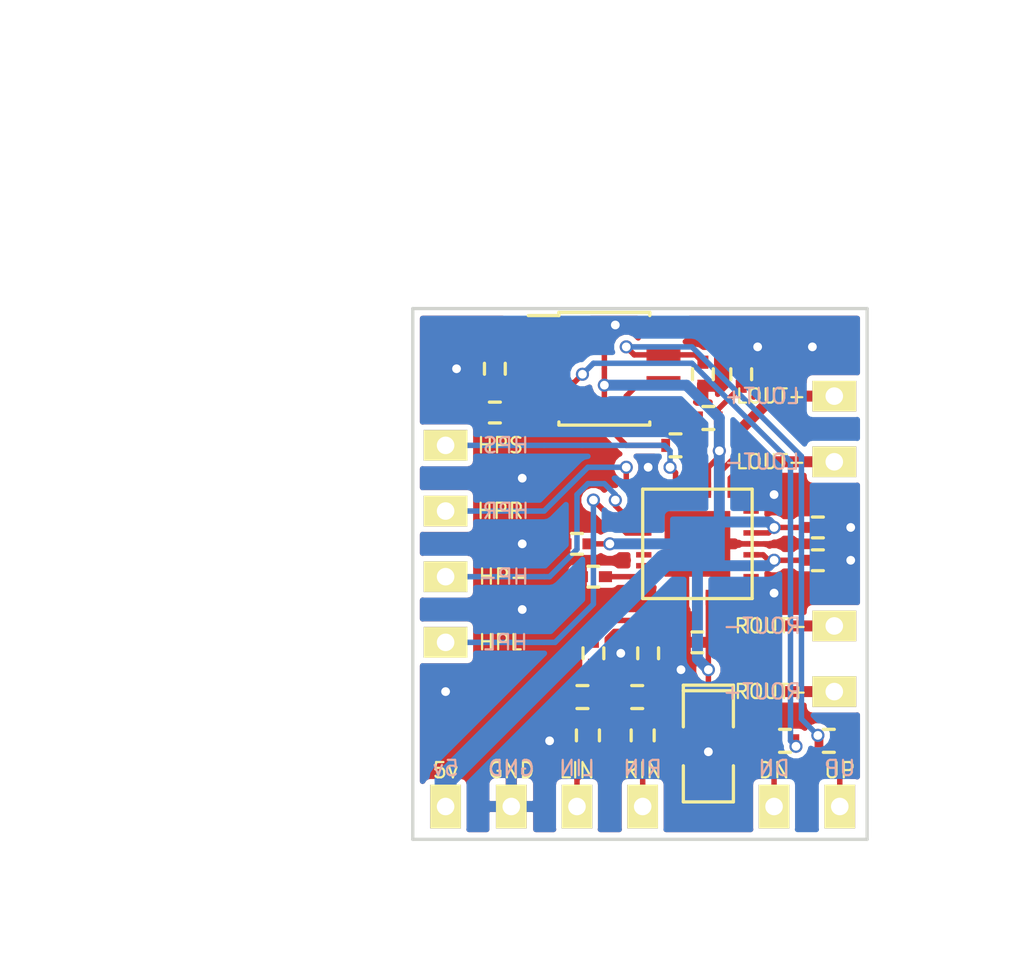
<source format=kicad_pcb>
(kicad_pcb (version 4) (host pcbnew 4.0.2-stable)

  (general
    (links 60)
    (no_connects 0)
    (area 135.424999 94.174999 156.325001 118.575001)
    (thickness 1.6)
    (drawings 32)
    (tracks 253)
    (zones 0)
    (modules 37)
    (nets 32)
  )

  (page A4)
  (layers
    (0 F.Cu signal)
    (31 B.Cu signal hide)
    (32 B.Adhes user)
    (33 F.Adhes user)
    (34 B.Paste user)
    (35 F.Paste user)
    (36 B.SilkS user hide)
    (37 F.SilkS user)
    (38 B.Mask user)
    (39 F.Mask user)
    (40 Dwgs.User user)
    (41 Cmts.User user)
    (42 Eco1.User user)
    (43 Eco2.User user)
    (44 Edge.Cuts user)
    (45 Margin user)
    (46 B.CrtYd user)
    (47 F.CrtYd user)
    (48 B.Fab user)
    (49 F.Fab user)
  )

  (setup
    (last_trace_width 0.25)
    (trace_clearance 0.2)
    (zone_clearance 0.25)
    (zone_45_only no)
    (trace_min 0.2)
    (segment_width 0.2)
    (edge_width 0.15)
    (via_size 0.6)
    (via_drill 0.4)
    (via_min_size 0.4)
    (via_min_drill 0.3)
    (uvia_size 0.3)
    (uvia_drill 0.1)
    (uvias_allowed no)
    (uvia_min_size 0.2)
    (uvia_min_drill 0.1)
    (pcb_text_width 0.3)
    (pcb_text_size 1.5 1.5)
    (mod_edge_width 0.15)
    (mod_text_size 1 1)
    (mod_text_width 0.15)
    (pad_size 3 3)
    (pad_drill 0)
    (pad_to_mask_clearance 0.2)
    (aux_axis_origin 0 0)
    (visible_elements 7FFEFFFF)
    (pcbplotparams
      (layerselection 0x00030_80000001)
      (usegerberextensions false)
      (excludeedgelayer true)
      (linewidth 0.100000)
      (plotframeref false)
      (viasonmask false)
      (mode 1)
      (useauxorigin false)
      (hpglpennumber 1)
      (hpglpenspeed 20)
      (hpglpendiameter 15)
      (hpglpenoverlay 2)
      (psnegative false)
      (psa4output false)
      (plotreference true)
      (plotvalue true)
      (plotinvisibletext false)
      (padsonsilk false)
      (subtractmaskfromsilk false)
      (outputformat 1)
      (mirror false)
      (drillshape 1)
      (scaleselection 1)
      (outputdirectory ""))
  )

  (net 0 "")
  (net 1 VDD)
  (net 2 GND)
  (net 3 "Net-(C2-Pad1)")
  (net 4 "Net-(C3-Pad1)")
  (net 5 "Net-(C6-Pad1)")
  (net 6 "Net-(C6-Pad2)")
  (net 7 "Net-(C7-Pad1)")
  (net 8 "Net-(C7-Pad2)")
  (net 9 "Net-(R1-Pad1)")
  (net 10 "Net-(R2-Pad1)")
  (net 11 "Net-(R3-Pad2)")
  (net 12 "Net-(U1-Pad1)")
  (net 13 "Net-(U1-Pad2)")
  (net 14 "Net-(U1-Pad3)")
  (net 15 "Net-(U1-Pad11)")
  (net 16 "Net-(U1-Pad13)")
  (net 17 "Net-(U1-Pad14)")
  (net 18 "Net-(U1-Pad15)")
  (net 19 "Net-(U1-Pad16)")
  (net 20 "Net-(U1-Pad21)")
  (net 21 "Net-(U1-Pad22)")
  (net 22 "Net-(U1-Pad23)")
  (net 23 "Net-(U2-Pad2)")
  (net 24 "Net-(U2-Pad4)")
  (net 25 "Net-(R5-Pad2)")
  (net 26 "Net-(R7-Pad2)")
  (net 27 "Net-(Q1-Pad1)")
  (net 28 "Net-(R10-Pad1)")
  (net 29 "Net-(R10-Pad2)")
  (net 30 "Net-(R11-Pad1)")
  (net 31 "Net-(R11-Pad2)")

  (net_class Default "This is the default net class."
    (clearance 0.2)
    (trace_width 0.25)
    (via_dia 0.6)
    (via_drill 0.4)
    (uvia_dia 0.3)
    (uvia_drill 0.1)
    (add_net GND)
    (add_net "Net-(C2-Pad1)")
    (add_net "Net-(C3-Pad1)")
    (add_net "Net-(C6-Pad1)")
    (add_net "Net-(C6-Pad2)")
    (add_net "Net-(C7-Pad1)")
    (add_net "Net-(C7-Pad2)")
    (add_net "Net-(Q1-Pad1)")
    (add_net "Net-(R1-Pad1)")
    (add_net "Net-(R10-Pad1)")
    (add_net "Net-(R10-Pad2)")
    (add_net "Net-(R11-Pad1)")
    (add_net "Net-(R11-Pad2)")
    (add_net "Net-(R2-Pad1)")
    (add_net "Net-(R3-Pad2)")
    (add_net "Net-(R5-Pad2)")
    (add_net "Net-(R7-Pad2)")
    (add_net "Net-(U1-Pad1)")
    (add_net "Net-(U1-Pad11)")
    (add_net "Net-(U1-Pad13)")
    (add_net "Net-(U1-Pad14)")
    (add_net "Net-(U1-Pad15)")
    (add_net "Net-(U1-Pad16)")
    (add_net "Net-(U1-Pad2)")
    (add_net "Net-(U1-Pad21)")
    (add_net "Net-(U1-Pad22)")
    (add_net "Net-(U1-Pad23)")
    (add_net "Net-(U1-Pad3)")
    (add_net "Net-(U2-Pad2)")
    (add_net "Net-(U2-Pad4)")
    (add_net VDD)
  )

  (net_class VDD ""
    (clearance 0.2)
    (trace_width 0.5)
    (via_dia 0.6)
    (via_drill 0.4)
    (uvia_dia 0.3)
    (uvia_drill 0.1)
  )

  (module Ultra:QFN-28-LM49270 (layer F.Cu) (tedit 57E9D2D1) (tstamp 5792370F)
    (at 148.5 105)
    (path /577B27AA)
    (attr smd)
    (fp_text reference U1 (at 3.5 -14.25) (layer F.SilkS) hide
      (effects (font (size 1 1) (thickness 0.15)))
    )
    (fp_text value LM49270 (at -18.25 -3) (layer F.Fab)
      (effects (font (size 1 1) (thickness 0.15)))
    )
    (fp_line (start -2.5 -2.5) (end -2.5 2.5) (layer F.SilkS) (width 0.15))
    (fp_line (start -2.5 2.5) (end 2.5 2.5) (layer F.SilkS) (width 0.15))
    (fp_line (start 2.5 2.5) (end 2.5 -2.5) (layer F.SilkS) (width 0.15))
    (fp_line (start 2.5 -2.5) (end -2.5 -2.5) (layer F.SilkS) (width 0.15))
    (pad 1 smd rect (at -2.45 -1.5) (size 0.7 0.25) (layers F.Cu F.Paste F.Mask)
      (net 12 "Net-(U1-Pad1)"))
    (pad 2 smd rect (at -2.45 -1) (size 0.7 0.25) (layers F.Cu F.Paste F.Mask)
      (net 13 "Net-(U1-Pad2)"))
    (pad 3 smd rect (at -2.45 -0.5) (size 0.7 0.25) (layers F.Cu F.Paste F.Mask)
      (net 14 "Net-(U1-Pad3)"))
    (pad 4 smd rect (at -2.45 0) (size 0.7 0.25) (layers F.Cu F.Paste F.Mask)
      (net 1 VDD))
    (pad 5 smd rect (at -2.45 0.5) (size 0.7 0.25) (layers F.Cu F.Paste F.Mask)
      (net 3 "Net-(C2-Pad1)"))
    (pad 6 smd rect (at -2.45 1) (size 0.7 0.25) (layers F.Cu F.Paste F.Mask)
      (net 9 "Net-(R1-Pad1)"))
    (pad 7 smd rect (at -2.45 1.5) (size 0.7 0.25) (layers F.Cu F.Paste F.Mask)
      (net 4 "Net-(C3-Pad1)"))
    (pad 8 smd rect (at -1.5 2.45 90) (size 0.7 0.25) (layers F.Cu F.Paste F.Mask)
      (net 7 "Net-(C7-Pad1)"))
    (pad 9 smd rect (at -1 2.45 90) (size 0.7 0.25) (layers F.Cu F.Paste F.Mask)
      (net 5 "Net-(C6-Pad1)"))
    (pad 10 smd rect (at -0.5 2.45 90) (size 0.7 0.25) (layers F.Cu F.Paste F.Mask)
      (net 2 GND))
    (pad 11 smd rect (at 0 2.45 90) (size 0.7 0.25) (layers F.Cu F.Paste F.Mask)
      (net 15 "Net-(U1-Pad11)"))
    (pad 12 smd rect (at 0.5 2.45 90) (size 0.7 0.25) (layers F.Cu F.Paste F.Mask)
      (net 1 VDD))
    (pad 13 smd rect (at 1 2.45 90) (size 0.7 0.25) (layers F.Cu F.Paste F.Mask)
      (net 16 "Net-(U1-Pad13)"))
    (pad 14 smd rect (at 1.5 2.45 90) (size 0.7 0.25) (layers F.Cu F.Paste F.Mask)
      (net 17 "Net-(U1-Pad14)"))
    (pad 15 smd rect (at 2.45 1.5) (size 0.7 0.25) (layers F.Cu F.Paste F.Mask)
      (net 18 "Net-(U1-Pad15)"))
    (pad 16 smd rect (at 2.45 1) (size 0.7 0.25) (layers F.Cu F.Paste F.Mask)
      (net 19 "Net-(U1-Pad16)"))
    (pad 17 smd rect (at 2.45 0.5) (size 0.7 0.25) (layers F.Cu F.Paste F.Mask)
      (net 1 VDD))
    (pad 18 smd rect (at 2.45 0) (size 0.7 0.25) (layers F.Cu F.Paste F.Mask)
      (net 2 GND))
    (pad 19 smd rect (at 2.45 -0.5) (size 0.7 0.25) (layers F.Cu F.Paste F.Mask)
      (net 1 VDD))
    (pad 20 smd rect (at 2.45 -1) (size 0.7 0.25) (layers F.Cu F.Paste F.Mask)
      (net 2 GND))
    (pad 21 smd rect (at 2.45 -1.5) (size 0.7 0.25) (layers F.Cu F.Paste F.Mask)
      (net 20 "Net-(U1-Pad21)"))
    (pad 22 smd rect (at 1.5 -2.45 90) (size 0.7 0.25) (layers F.Cu F.Paste F.Mask)
      (net 21 "Net-(U1-Pad22)"))
    (pad 23 smd rect (at 1 -2.45 90) (size 0.7 0.25) (layers F.Cu F.Paste F.Mask)
      (net 22 "Net-(U1-Pad23)"))
    (pad 24 smd rect (at 0.5 -2.45 90) (size 0.7 0.25) (layers F.Cu F.Paste F.Mask)
      (net 1 VDD))
    (pad 25 smd rect (at 0 -2.45 90) (size 0.7 0.25) (layers F.Cu F.Paste F.Mask)
      (net 11 "Net-(R3-Pad2)"))
    (pad 26 smd rect (at -0.5 -2.45 90) (size 0.7 0.25) (layers F.Cu F.Paste F.Mask)
      (net 10 "Net-(R2-Pad1)"))
    (pad 27 smd rect (at -1 -2.45 90) (size 0.7 0.25) (layers F.Cu F.Paste F.Mask)
      (net 27 "Net-(Q1-Pad1)"))
    (pad 28 smd rect (at -1.5 -2.45 90) (size 0.7 0.25) (layers F.Cu F.Paste F.Mask)
      (net 2 GND))
    (pad 29 smd rect (at 0 0) (size 3 3) (layers F.Cu F.Paste F.Mask)
      (net 2 GND))
  )

  (module "Thru pad" (layer F.Cu) (tedit 57E9D2C7) (tstamp 579C9707)
    (at 137 100.5 90)
    (fp_text reference REF** (at 6 -8.25 90) (layer F.SilkS) hide
      (effects (font (size 1 1) (thickness 0.15)))
    )
    (fp_text value "Thru pad" (at 0.2 -6.05 90) (layer F.Fab)
      (effects (font (size 1 1) (thickness 0.15)))
    )
    (pad 1 thru_hole rect (at 0 0 90) (size 1.4 2) (drill 0.8) (layers *.Cu *.Mask F.SilkS)
      (net 27 "Net-(Q1-Pad1)"))
  )

  (module Test_Point_2mx2mm (layer F.Cu) (tedit 579C9E7B) (tstamp 577BE4B5)
    (at 154.75 98.25 90)
    (fp_text reference REF** (at 8.5 2 90) (layer F.SilkS) hide
      (effects (font (size 1 1) (thickness 0.15)))
    )
    (fp_text value Test_Point_2mx2mm (at 4.25 4.25 90) (layer F.Fab)
      (effects (font (size 1 1) (thickness 0.15)))
    )
    (pad 1 thru_hole rect (at 0 0 90) (size 1.4 2) (drill 0.8) (layers *.Cu *.Mask F.SilkS)
      (net 22 "Net-(U1-Pad23)"))
  )

  (module Test_Point_2mx2mm (layer F.Cu) (tedit 579C9E78) (tstamp 577BE467)
    (at 154.75 101.25 90)
    (fp_text reference REF** (at 10 -4.25 90) (layer F.SilkS) hide
      (effects (font (size 1 1) (thickness 0.15)))
    )
    (fp_text value Test_Point_2mx2mm (at 4.25 7.5 90) (layer F.Fab)
      (effects (font (size 1 1) (thickness 0.15)))
    )
    (pad 1 thru_hole rect (at 0 0 90) (size 1.4 2) (drill 0.8) (layers *.Cu *.Mask F.SilkS)
      (net 21 "Net-(U1-Pad22)"))
  )

  (module Test_Point_2mx2mm (layer F.Cu) (tedit 57E9CF9E) (tstamp 577BE285)
    (at 137 100.5 90)
    (fp_text reference REF** (at -13.5 -15 90) (layer F.SilkS) hide
      (effects (font (size 1 1) (thickness 0.15)))
    )
    (fp_text value Test_Point_2mx2mm (at -1.25 -16.25 90) (layer F.Fab)
      (effects (font (size 1 1) (thickness 0.15)))
    )
  )

  (module Test_Point_2mx2mm (layer F.Cu) (tedit 57E9CFA2) (tstamp 577BE26B)
    (at 137 103.5 90)
    (fp_text reference REF** (at -10 -11.5 90) (layer F.SilkS) hide
      (effects (font (size 1 1) (thickness 0.15)))
    )
    (fp_text value Test_Point_2mx2mm (at 0 -11 90) (layer F.Fab)
      (effects (font (size 1 1) (thickness 0.15)))
    )
    (pad 1 thru_hole rect (at 0 0 90) (size 1.4 2) (drill 0.8) (layers *.Cu *.Mask F.SilkS)
      (net 12 "Net-(U1-Pad1)"))
  )

  (module Test_Point_2mx2mm (layer F.Cu) (tedit 57E9CFA0) (tstamp 577BE260)
    (at 137 106.5 90)
    (fp_text reference REF** (at -7.25 -13.75 90) (layer F.SilkS) hide
      (effects (font (size 1 1) (thickness 0.15)))
    )
    (fp_text value Test_Point_2mx2mm (at 3 -14 90) (layer F.Fab)
      (effects (font (size 1 1) (thickness 0.15)))
    )
    (pad 1 thru_hole rect (at 0 0 90) (size 1.4 2) (drill 0.8) (layers *.Cu *.Mask F.SilkS)
      (net 13 "Net-(U1-Pad2)"))
  )

  (module Test_Point_2mx2mm (layer F.Cu) (tedit 57E9CFA4) (tstamp 577BE1EF)
    (at 137 109.5 90)
    (fp_text reference REF** (at -6.25 -9.25 90) (layer F.SilkS) hide
      (effects (font (size 1 1) (thickness 0.15)))
    )
    (fp_text value Test_Point_2mx2mm (at 6.5 -19.5 90) (layer F.Fab)
      (effects (font (size 1 1) (thickness 0.15)))
    )
    (pad 1 thru_hole rect (at 0 0 90) (size 1.4 2) (drill 0.8) (layers *.Cu *.Mask F.SilkS)
      (net 14 "Net-(U1-Pad3)"))
  )

  (module Test_Point_2mx2mm (layer F.Cu) (tedit 579C9E70) (tstamp 577BE14A)
    (at 154.75 111.75 90)
    (fp_text reference REF** (at 3.75 10.5 90) (layer F.SilkS) hide
      (effects (font (size 1 1) (thickness 0.15)))
    )
    (fp_text value Test_Point_2mx2mm (at 1.5 6.5 90) (layer F.Fab)
      (effects (font (size 1 1) (thickness 0.15)))
    )
    (pad 1 thru_hole rect (at 0 0 90) (size 1.4 2) (drill 0.8) (layers *.Cu *.Mask F.SilkS)
      (net 16 "Net-(U1-Pad13)"))
  )

  (module Test_Point_2mx2mm (layer F.Cu) (tedit 579C9E74) (tstamp 577BE114)
    (at 154.75 108.75 90)
    (fp_text reference REF** (at 6.5 10.75 90) (layer F.SilkS) hide
      (effects (font (size 1 1) (thickness 0.15)))
    )
    (fp_text value Test_Point_2mx2mm (at 4.25 5.75 90) (layer F.Fab)
      (effects (font (size 1 1) (thickness 0.15)))
    )
    (pad 1 thru_hole rect (at 0 0 90) (size 1.4 2) (drill 0.8) (layers *.Cu *.Mask F.SilkS)
      (net 17 "Net-(U1-Pad14)"))
  )

  (module Test_Point_2mx2mm (layer F.Cu) (tedit 579C9E57) (tstamp 577BE0B1)
    (at 137 117)
    (fp_text reference REF** (at -6.25 -2.5) (layer F.SilkS) hide
      (effects (font (size 1 1) (thickness 0.15)))
    )
    (fp_text value Test_Point_2mx2mm (at -5.5 4.5) (layer F.Fab)
      (effects (font (size 1 1) (thickness 0.15)))
    )
    (pad 1 thru_hole rect (at 0 0) (size 1.4 2) (drill 0.8) (layers *.Cu *.Mask F.SilkS)
      (net 1 VDD))
  )

  (module Test_Point_2mx2mm (layer F.Cu) (tedit 579C9E5A) (tstamp 577BE092)
    (at 140 117)
    (fp_text reference REF** (at -10.75 -4.25) (layer F.SilkS) hide
      (effects (font (size 1 1) (thickness 0.15)))
    )
    (fp_text value Test_Point_2mx2mm (at -1.5 3) (layer F.Fab)
      (effects (font (size 1 1) (thickness 0.15)))
    )
    (pad 1 thru_hole rect (at 0 0) (size 1.4 2) (drill 0.8) (layers *.Cu *.Mask F.SilkS)
      (net 2 GND))
  )

  (module Test_Point_2mx2mm (layer F.Cu) (tedit 579C9E60) (tstamp 577BE047)
    (at 143 117)
    (fp_text reference REF** (at -13.75 -11.5) (layer F.SilkS) hide
      (effects (font (size 1 1) (thickness 0.15)))
    )
    (fp_text value Test_Point_2mx2mm (at -3 6.25) (layer F.Fab)
      (effects (font (size 1 1) (thickness 0.15)))
    )
    (pad 1 thru_hole rect (at 0 0) (size 1.4 2) (drill 0.8) (layers *.Cu *.Mask F.SilkS)
      (net 25 "Net-(R5-Pad2)"))
  )

  (module Test_Point_2mx2mm (layer F.Cu) (tedit 579C9E65) (tstamp 577BE023)
    (at 146 117)
    (fp_text reference REF** (at -13 1) (layer F.SilkS) hide
      (effects (font (size 1 1) (thickness 0.15)))
    )
    (fp_text value Test_Point_2mx2mm (at 9 2.75) (layer F.Fab)
      (effects (font (size 1 1) (thickness 0.15)))
    )
    (pad 1 thru_hole rect (at 0 0) (size 1.4 2) (drill 0.8) (layers *.Cu *.Mask F.SilkS)
      (net 26 "Net-(R7-Pad2)"))
  )

  (module Test_Point_2mx2mm (layer F.Cu) (tedit 57E9D134) (tstamp 577BDFD7)
    (at 152 117)
    (fp_text reference REF** (at 12.5 -2.5) (layer F.SilkS) hide
      (effects (font (size 1 1) (thickness 0.15)))
    )
    (fp_text value Test_Point_2mx2mm (at 1.25 6.25) (layer F.Fab)
      (effects (font (size 1 1) (thickness 0.15)))
    )
    (pad 1 thru_hole rect (at 0 0) (size 1.4 2) (drill 0.8) (layers *.Cu *.Mask F.SilkS)
      (net 30 "Net-(R11-Pad1)"))
  )

  (module Test_Point_2mx2mm (layer F.Cu) (tedit 57E9D141) (tstamp 577BDBA4)
    (at 155 117)
    (fp_text reference REF** (at 4.25 1) (layer F.SilkS) hide
      (effects (font (size 1 1) (thickness 0.15)))
    )
    (fp_text value Test_Point_2mx2mm (at 0.75 4.5) (layer F.Fab)
      (effects (font (size 1 1) (thickness 0.15)))
    )
    (pad 1 thru_hole rect (at 0 0) (size 1.4 2) (drill 0.8) (layers *.Cu *.Mask F.SilkS)
      (net 29 "Net-(R10-Pad2)"))
  )

  (module Capacitors_SMD:C_0402 (layer F.Cu) (tedit 57924941) (tstamp 577B333D)
    (at 143 105 180)
    (descr "Capacitor SMD 0402, reflow soldering, AVX (see smccp.pdf)")
    (tags "capacitor 0402")
    (path /577B2839)
    (attr smd)
    (fp_text reference C1 (at 13 -5.75 180) (layer F.SilkS) hide
      (effects (font (size 1 1) (thickness 0.15)))
    )
    (fp_text value C (at 9.5 12.5 180) (layer F.Fab)
      (effects (font (size 1 1) (thickness 0.15)))
    )
    (fp_line (start -1.15 -0.6) (end 1.15 -0.6) (layer F.CrtYd) (width 0.05))
    (fp_line (start -1.15 0.6) (end 1.15 0.6) (layer F.CrtYd) (width 0.05))
    (fp_line (start -1.15 -0.6) (end -1.15 0.6) (layer F.CrtYd) (width 0.05))
    (fp_line (start 1.15 -0.6) (end 1.15 0.6) (layer F.CrtYd) (width 0.05))
    (fp_line (start 0.25 -0.475) (end -0.25 -0.475) (layer F.SilkS) (width 0.15))
    (fp_line (start -0.25 0.475) (end 0.25 0.475) (layer F.SilkS) (width 0.15))
    (pad 1 smd rect (at -0.55 0 180) (size 0.6 0.5) (layers F.Cu F.Paste F.Mask)
      (net 1 VDD))
    (pad 2 smd rect (at 0.55 0 180) (size 0.6 0.5) (layers F.Cu F.Paste F.Mask)
      (net 2 GND))
    (model Capacitors_SMD.3dshapes/C_0402.wrl
      (at (xyz 0 0 0))
      (scale (xyz 1 1 1))
      (rotate (xyz 0 0 0))
    )
  )

  (module Capacitors_SMD:C_0402 (layer F.Cu) (tedit 57924922) (tstamp 577B3349)
    (at 143.75 106.5 180)
    (descr "Capacitor SMD 0402, reflow soldering, AVX (see smccp.pdf)")
    (tags "capacitor 0402")
    (path /577B2B13)
    (attr smd)
    (fp_text reference C3 (at 9.75 -8.25 180) (layer F.SilkS) hide
      (effects (font (size 1 1) (thickness 0.15)))
    )
    (fp_text value C (at 11 12.5 180) (layer F.Fab)
      (effects (font (size 1 1) (thickness 0.15)))
    )
    (fp_line (start -1.15 -0.6) (end 1.15 -0.6) (layer F.CrtYd) (width 0.05))
    (fp_line (start -1.15 0.6) (end 1.15 0.6) (layer F.CrtYd) (width 0.05))
    (fp_line (start -1.15 -0.6) (end -1.15 0.6) (layer F.CrtYd) (width 0.05))
    (fp_line (start 1.15 -0.6) (end 1.15 0.6) (layer F.CrtYd) (width 0.05))
    (fp_line (start 0.25 -0.475) (end -0.25 -0.475) (layer F.SilkS) (width 0.15))
    (fp_line (start -0.25 0.475) (end 0.25 0.475) (layer F.SilkS) (width 0.15))
    (pad 1 smd rect (at -0.55 0 180) (size 0.6 0.5) (layers F.Cu F.Paste F.Mask)
      (net 4 "Net-(C3-Pad1)"))
    (pad 2 smd rect (at 0.55 0 180) (size 0.6 0.5) (layers F.Cu F.Paste F.Mask)
      (net 2 GND))
    (model Capacitors_SMD.3dshapes/C_0402.wrl
      (at (xyz 0 0 0))
      (scale (xyz 1 1 1))
      (rotate (xyz 0 0 0))
    )
  )

  (module Capacitors_SMD:C_0402 (layer F.Cu) (tedit 5792495B) (tstamp 577B334F)
    (at 148.5 109.5 180)
    (descr "Capacitor SMD 0402, reflow soldering, AVX (see smccp.pdf)")
    (tags "capacitor 0402")
    (path /577B2D89)
    (attr smd)
    (fp_text reference C4 (at -10.25 6 180) (layer F.SilkS) hide
      (effects (font (size 1 1) (thickness 0.15)))
    )
    (fp_text value C (at -10.25 2.75 180) (layer F.Fab)
      (effects (font (size 1 1) (thickness 0.15)))
    )
    (fp_line (start -1.15 -0.6) (end 1.15 -0.6) (layer F.CrtYd) (width 0.05))
    (fp_line (start -1.15 0.6) (end 1.15 0.6) (layer F.CrtYd) (width 0.05))
    (fp_line (start -1.15 -0.6) (end -1.15 0.6) (layer F.CrtYd) (width 0.05))
    (fp_line (start 1.15 -0.6) (end 1.15 0.6) (layer F.CrtYd) (width 0.05))
    (fp_line (start 0.25 -0.475) (end -0.25 -0.475) (layer F.SilkS) (width 0.15))
    (fp_line (start -0.25 0.475) (end 0.25 0.475) (layer F.SilkS) (width 0.15))
    (pad 1 smd rect (at -0.55 0 180) (size 0.6 0.5) (layers F.Cu F.Paste F.Mask)
      (net 1 VDD))
    (pad 2 smd rect (at 0.55 0 180) (size 0.6 0.5) (layers F.Cu F.Paste F.Mask)
      (net 2 GND))
    (model Capacitors_SMD.3dshapes/C_0402.wrl
      (at (xyz 0 0 0))
      (scale (xyz 1 1 1))
      (rotate (xyz 0 0 0))
    )
  )

  (module SMD_Packages:SMD-1206_Pol (layer F.Cu) (tedit 5792493E) (tstamp 577B3355)
    (at 149 114.25 270)
    (path /577B2DE0)
    (attr smd)
    (fp_text reference C5 (at -8.5 -8.75 270) (layer F.SilkS) hide
      (effects (font (size 1 1) (thickness 0.15)))
    )
    (fp_text value CP (at 2 17.75 270) (layer F.Fab)
      (effects (font (size 1 1) (thickness 0.15)))
    )
    (fp_line (start -2.54 -1.143) (end -2.794 -1.143) (layer F.SilkS) (width 0.15))
    (fp_line (start -2.794 -1.143) (end -2.794 1.143) (layer F.SilkS) (width 0.15))
    (fp_line (start -2.794 1.143) (end -2.54 1.143) (layer F.SilkS) (width 0.15))
    (fp_line (start -2.54 -1.143) (end -2.54 1.143) (layer F.SilkS) (width 0.15))
    (fp_line (start -2.54 1.143) (end -0.889 1.143) (layer F.SilkS) (width 0.15))
    (fp_line (start 0.889 -1.143) (end 2.54 -1.143) (layer F.SilkS) (width 0.15))
    (fp_line (start 2.54 -1.143) (end 2.54 1.143) (layer F.SilkS) (width 0.15))
    (fp_line (start 2.54 1.143) (end 0.889 1.143) (layer F.SilkS) (width 0.15))
    (fp_line (start -0.889 -1.143) (end -2.54 -1.143) (layer F.SilkS) (width 0.15))
    (pad 1 smd rect (at -1.651 0 270) (size 1.524 2.032) (layers F.Cu F.Paste F.Mask)
      (net 1 VDD))
    (pad 2 smd rect (at 1.651 0 270) (size 1.524 2.032) (layers F.Cu F.Paste F.Mask)
      (net 2 GND))
    (model SMD_Packages.3dshapes/SMD-1206_Pol.wrl
      (at (xyz 0 0 0))
      (scale (xyz 0.17 0.16 0.16))
      (rotate (xyz 0 0 0))
    )
  )

  (module Capacitors_SMD:C_0402 (layer F.Cu) (tedit 57924937) (tstamp 577B335B)
    (at 146.25 110 270)
    (descr "Capacitor SMD 0402, reflow soldering, AVX (see smccp.pdf)")
    (tags "capacitor 0402")
    (path /577B3A5A)
    (attr smd)
    (fp_text reference C6 (at -8.5 -11.5 270) (layer F.SilkS) hide
      (effects (font (size 1 1) (thickness 0.15)))
    )
    (fp_text value C (at 2.75 12.5 270) (layer F.Fab)
      (effects (font (size 1 1) (thickness 0.15)))
    )
    (fp_line (start -1.15 -0.6) (end 1.15 -0.6) (layer F.CrtYd) (width 0.05))
    (fp_line (start -1.15 0.6) (end 1.15 0.6) (layer F.CrtYd) (width 0.05))
    (fp_line (start -1.15 -0.6) (end -1.15 0.6) (layer F.CrtYd) (width 0.05))
    (fp_line (start 1.15 -0.6) (end 1.15 0.6) (layer F.CrtYd) (width 0.05))
    (fp_line (start 0.25 -0.475) (end -0.25 -0.475) (layer F.SilkS) (width 0.15))
    (fp_line (start -0.25 0.475) (end 0.25 0.475) (layer F.SilkS) (width 0.15))
    (pad 1 smd rect (at -0.55 0 270) (size 0.6 0.5) (layers F.Cu F.Paste F.Mask)
      (net 5 "Net-(C6-Pad1)"))
    (pad 2 smd rect (at 0.55 0 270) (size 0.6 0.5) (layers F.Cu F.Paste F.Mask)
      (net 6 "Net-(C6-Pad2)"))
    (model Capacitors_SMD.3dshapes/C_0402.wrl
      (at (xyz 0 0 0))
      (scale (xyz 1 1 1))
      (rotate (xyz 0 0 0))
    )
  )

  (module Capacitors_SMD:C_0402 (layer F.Cu) (tedit 5792491D) (tstamp 577B3361)
    (at 143.75 110 270)
    (descr "Capacitor SMD 0402, reflow soldering, AVX (see smccp.pdf)")
    (tags "capacitor 0402")
    (path /577B3A89)
    (attr smd)
    (fp_text reference C7 (at -1.75 -14 270) (layer F.SilkS) hide
      (effects (font (size 1 1) (thickness 0.15)))
    )
    (fp_text value C (at -0.5 10.75 270) (layer F.Fab)
      (effects (font (size 1 1) (thickness 0.15)))
    )
    (fp_line (start -1.15 -0.6) (end 1.15 -0.6) (layer F.CrtYd) (width 0.05))
    (fp_line (start -1.15 0.6) (end 1.15 0.6) (layer F.CrtYd) (width 0.05))
    (fp_line (start -1.15 -0.6) (end -1.15 0.6) (layer F.CrtYd) (width 0.05))
    (fp_line (start 1.15 -0.6) (end 1.15 0.6) (layer F.CrtYd) (width 0.05))
    (fp_line (start 0.25 -0.475) (end -0.25 -0.475) (layer F.SilkS) (width 0.15))
    (fp_line (start -0.25 0.475) (end 0.25 0.475) (layer F.SilkS) (width 0.15))
    (pad 1 smd rect (at -0.55 0 270) (size 0.6 0.5) (layers F.Cu F.Paste F.Mask)
      (net 7 "Net-(C7-Pad1)"))
    (pad 2 smd rect (at 0.55 0 270) (size 0.6 0.5) (layers F.Cu F.Paste F.Mask)
      (net 8 "Net-(C7-Pad2)"))
    (model Capacitors_SMD.3dshapes/C_0402.wrl
      (at (xyz 0 0 0))
      (scale (xyz 1 1 1))
      (rotate (xyz 0 0 0))
    )
  )

  (module Capacitors_SMD:C_0402 (layer F.Cu) (tedit 57924902) (tstamp 577B3367)
    (at 154 105.75 180)
    (descr "Capacitor SMD 0402, reflow soldering, AVX (see smccp.pdf)")
    (tags "capacitor 0402")
    (path /577B5F08)
    (attr smd)
    (fp_text reference C8 (at 9.75 14.75 180) (layer F.SilkS) hide
      (effects (font (size 1 1) (thickness 0.15)))
    )
    (fp_text value C (at 7 17.5 180) (layer F.Fab)
      (effects (font (size 1 1) (thickness 0.15)))
    )
    (fp_line (start -1.15 -0.6) (end 1.15 -0.6) (layer F.CrtYd) (width 0.05))
    (fp_line (start -1.15 0.6) (end 1.15 0.6) (layer F.CrtYd) (width 0.05))
    (fp_line (start -1.15 -0.6) (end -1.15 0.6) (layer F.CrtYd) (width 0.05))
    (fp_line (start 1.15 -0.6) (end 1.15 0.6) (layer F.CrtYd) (width 0.05))
    (fp_line (start 0.25 -0.475) (end -0.25 -0.475) (layer F.SilkS) (width 0.15))
    (fp_line (start -0.25 0.475) (end 0.25 0.475) (layer F.SilkS) (width 0.15))
    (pad 1 smd rect (at -0.55 0 180) (size 0.6 0.5) (layers F.Cu F.Paste F.Mask)
      (net 2 GND))
    (pad 2 smd rect (at 0.55 0 180) (size 0.6 0.5) (layers F.Cu F.Paste F.Mask)
      (net 1 VDD))
    (model Capacitors_SMD.3dshapes/C_0402.wrl
      (at (xyz 0 0 0))
      (scale (xyz 1 1 1))
      (rotate (xyz 0 0 0))
    )
  )

  (module Capacitors_SMD:C_0402 (layer F.Cu) (tedit 57924908) (tstamp 577B336D)
    (at 150.5 97.25 270)
    (descr "Capacitor SMD 0402, reflow soldering, AVX (see smccp.pdf)")
    (tags "capacitor 0402")
    (path /577B4B8A)
    (attr smd)
    (fp_text reference C9 (at -7.75 3.5 270) (layer F.SilkS) hide
      (effects (font (size 1 1) (thickness 0.15)))
    )
    (fp_text value C (at -8.25 5.5 270) (layer F.Fab)
      (effects (font (size 1 1) (thickness 0.15)))
    )
    (fp_line (start -1.15 -0.6) (end 1.15 -0.6) (layer F.CrtYd) (width 0.05))
    (fp_line (start -1.15 0.6) (end 1.15 0.6) (layer F.CrtYd) (width 0.05))
    (fp_line (start -1.15 -0.6) (end -1.15 0.6) (layer F.CrtYd) (width 0.05))
    (fp_line (start 1.15 -0.6) (end 1.15 0.6) (layer F.CrtYd) (width 0.05))
    (fp_line (start 0.25 -0.475) (end -0.25 -0.475) (layer F.SilkS) (width 0.15))
    (fp_line (start -0.25 0.475) (end 0.25 0.475) (layer F.SilkS) (width 0.15))
    (pad 1 smd rect (at -0.55 0 270) (size 0.6 0.5) (layers F.Cu F.Paste F.Mask)
      (net 2 GND))
    (pad 2 smd rect (at 0.55 0 270) (size 0.6 0.5) (layers F.Cu F.Paste F.Mask)
      (net 1 VDD))
    (model Capacitors_SMD.3dshapes/C_0402.wrl
      (at (xyz 0 0 0))
      (scale (xyz 1 1 1))
      (rotate (xyz 0 0 0))
    )
  )

  (module Capacitors_SMD:C_0402 (layer F.Cu) (tedit 57924955) (tstamp 577B3373)
    (at 139.25 97 270)
    (descr "Capacitor SMD 0402, reflow soldering, AVX (see smccp.pdf)")
    (tags "capacitor 0402")
    (path /577B35FD)
    (attr smd)
    (fp_text reference C10 (at 2.25 5.5 270) (layer F.SilkS) hide
      (effects (font (size 1 1) (thickness 0.15)))
    )
    (fp_text value C (at 3 7 270) (layer F.Fab)
      (effects (font (size 1 1) (thickness 0.15)))
    )
    (fp_line (start -1.15 -0.6) (end 1.15 -0.6) (layer F.CrtYd) (width 0.05))
    (fp_line (start -1.15 0.6) (end 1.15 0.6) (layer F.CrtYd) (width 0.05))
    (fp_line (start -1.15 -0.6) (end -1.15 0.6) (layer F.CrtYd) (width 0.05))
    (fp_line (start 1.15 -0.6) (end 1.15 0.6) (layer F.CrtYd) (width 0.05))
    (fp_line (start 0.25 -0.475) (end -0.25 -0.475) (layer F.SilkS) (width 0.15))
    (fp_line (start -0.25 0.475) (end 0.25 0.475) (layer F.SilkS) (width 0.15))
    (pad 1 smd rect (at -0.55 0 270) (size 0.6 0.5) (layers F.Cu F.Paste F.Mask)
      (net 1 VDD))
    (pad 2 smd rect (at 0.55 0 270) (size 0.6 0.5) (layers F.Cu F.Paste F.Mask)
      (net 2 GND))
    (model Capacitors_SMD.3dshapes/C_0402.wrl
      (at (xyz 0 0 0))
      (scale (xyz 1 1 1))
      (rotate (xyz 0 0 0))
    )
  )

  (module Resistors_SMD:R_0402 (layer F.Cu) (tedit 57924906) (tstamp 577B337F)
    (at 147.5 100.5 180)
    (descr "Resistor SMD 0402, reflow soldering, Vishay (see dcrcw.pdf)")
    (tags "resistor 0402")
    (path /577B34FB)
    (attr smd)
    (fp_text reference R2 (at -6 10.25 180) (layer F.SilkS) hide
      (effects (font (size 1 1) (thickness 0.15)))
    )
    (fp_text value R (at 5.5 8.75 180) (layer F.Fab)
      (effects (font (size 1 1) (thickness 0.15)))
    )
    (fp_line (start -0.95 -0.65) (end 0.95 -0.65) (layer F.CrtYd) (width 0.05))
    (fp_line (start -0.95 0.65) (end 0.95 0.65) (layer F.CrtYd) (width 0.05))
    (fp_line (start -0.95 -0.65) (end -0.95 0.65) (layer F.CrtYd) (width 0.05))
    (fp_line (start 0.95 -0.65) (end 0.95 0.65) (layer F.CrtYd) (width 0.05))
    (fp_line (start 0.25 -0.525) (end -0.25 -0.525) (layer F.SilkS) (width 0.15))
    (fp_line (start -0.25 0.525) (end 0.25 0.525) (layer F.SilkS) (width 0.15))
    (pad 1 smd rect (at -0.45 0 180) (size 0.4 0.6) (layers F.Cu F.Paste F.Mask)
      (net 10 "Net-(R2-Pad1)"))
    (pad 2 smd rect (at 0.45 0 180) (size 0.4 0.6) (layers F.Cu F.Paste F.Mask)
      (net 1 VDD))
    (model Resistors_SMD.3dshapes/R_0402.wrl
      (at (xyz 0 0 0))
      (scale (xyz 1 1 1))
      (rotate (xyz 0 0 0))
    )
  )

  (module Resistors_SMD:R_0402 (layer F.Cu) (tedit 5792490A) (tstamp 577B3385)
    (at 149 99.25 180)
    (descr "Resistor SMD 0402, reflow soldering, Vishay (see dcrcw.pdf)")
    (tags "resistor 0402")
    (path /577B3544)
    (attr smd)
    (fp_text reference R3 (at -1.75 10.75 180) (layer F.SilkS) hide
      (effects (font (size 1 1) (thickness 0.15)))
    )
    (fp_text value R (at -3.75 11 180) (layer F.Fab)
      (effects (font (size 1 1) (thickness 0.15)))
    )
    (fp_line (start -0.95 -0.65) (end 0.95 -0.65) (layer F.CrtYd) (width 0.05))
    (fp_line (start -0.95 0.65) (end 0.95 0.65) (layer F.CrtYd) (width 0.05))
    (fp_line (start -0.95 -0.65) (end -0.95 0.65) (layer F.CrtYd) (width 0.05))
    (fp_line (start 0.95 -0.65) (end 0.95 0.65) (layer F.CrtYd) (width 0.05))
    (fp_line (start 0.25 -0.525) (end -0.25 -0.525) (layer F.SilkS) (width 0.15))
    (fp_line (start -0.25 0.525) (end 0.25 0.525) (layer F.SilkS) (width 0.15))
    (pad 1 smd rect (at -0.45 0 180) (size 0.4 0.6) (layers F.Cu F.Paste F.Mask)
      (net 1 VDD))
    (pad 2 smd rect (at 0.45 0 180) (size 0.4 0.6) (layers F.Cu F.Paste F.Mask)
      (net 11 "Net-(R3-Pad2)"))
    (model Resistors_SMD.3dshapes/R_0402.wrl
      (at (xyz 0 0 0))
      (scale (xyz 1 1 1))
      (rotate (xyz 0 0 0))
    )
  )

  (module Housings_SOIC:SOIC-8-1EP_3.9x4.9mm_Pitch1.27mm (layer F.Cu) (tedit 57E9D23A) (tstamp 577B33B6)
    (at 144.25 97)
    (descr "8-Lead Thermally Enhanced Plastic Small Outline (SE) - Narrow, 3.90 mm Body [SOIC] (see Microchip Packaging Specification 00000049BS.pdf)")
    (tags "SOIC 1.27")
    (path /577B2EB3)
    (attr smd)
    (fp_text reference U2 (at 0 -3.5) (layer F.SilkS) hide
      (effects (font (size 1 1) (thickness 0.15)))
    )
    (fp_text value PIC12F1822 (at -7.5 -7.75) (layer F.Fab)
      (effects (font (size 1 1) (thickness 0.15)))
    )
    (fp_line (start -3.75 -2.75) (end -3.75 2.75) (layer F.CrtYd) (width 0.05))
    (fp_line (start 3.75 -2.75) (end 3.75 2.75) (layer F.CrtYd) (width 0.05))
    (fp_line (start -3.75 -2.75) (end 3.75 -2.75) (layer F.CrtYd) (width 0.05))
    (fp_line (start -3.75 2.75) (end 3.75 2.75) (layer F.CrtYd) (width 0.05))
    (fp_line (start -2.075 -2.575) (end -2.075 -2.43) (layer F.SilkS) (width 0.15))
    (fp_line (start 2.075 -2.575) (end 2.075 -2.43) (layer F.SilkS) (width 0.15))
    (fp_line (start 2.075 2.575) (end 2.075 2.43) (layer F.SilkS) (width 0.15))
    (fp_line (start -2.075 2.575) (end -2.075 2.43) (layer F.SilkS) (width 0.15))
    (fp_line (start -2.075 -2.575) (end 2.075 -2.575) (layer F.SilkS) (width 0.15))
    (fp_line (start -2.075 2.575) (end 2.075 2.575) (layer F.SilkS) (width 0.15))
    (fp_line (start -2.075 -2.43) (end -3.475 -2.43) (layer F.SilkS) (width 0.15))
    (pad 1 smd rect (at -2.7 -1.905) (size 1.55 0.6) (layers F.Cu F.Paste F.Mask)
      (net 1 VDD))
    (pad 2 smd rect (at -2.7 -0.635) (size 1.55 0.6) (layers F.Cu F.Paste F.Mask)
      (net 23 "Net-(U2-Pad2)"))
    (pad 3 smd rect (at -2.7 0.635) (size 1.55 0.6) (layers F.Cu F.Paste F.Mask)
      (net 31 "Net-(R11-Pad2)"))
    (pad 4 smd rect (at -2.7 1.905) (size 1.55 0.6) (layers F.Cu F.Paste F.Mask)
      (net 24 "Net-(U2-Pad4)"))
    (pad 5 smd rect (at 2.7 1.905) (size 1.55 0.6) (layers F.Cu F.Paste F.Mask)
      (net 11 "Net-(R3-Pad2)"))
    (pad 6 smd rect (at 2.7 0.635) (size 1.55 0.6) (layers F.Cu F.Paste F.Mask)
      (net 10 "Net-(R2-Pad1)"))
    (pad 7 smd rect (at 2.7 -0.635) (size 1.55 0.6) (layers F.Cu F.Paste F.Mask)
      (net 28 "Net-(R10-Pad1)"))
    (pad 8 smd rect (at 2.7 -1.905) (size 1.55 0.6) (layers F.Cu F.Paste F.Mask)
      (net 2 GND))
    (model Housings_SOIC.3dshapes/SOIC-8-1EP_3.9x4.9mm_Pitch1.27mm.wrl
      (at (xyz 0 0 0))
      (scale (xyz 1 1 1))
      (rotate (xyz 0 0 0))
    )
  )

  (module Capacitors_SMD:C_0402 (layer F.Cu) (tedit 57E9CF99) (tstamp 579233E1)
    (at 154 104.25 180)
    (descr "Capacitor SMD 0402, reflow soldering, AVX (see smccp.pdf)")
    (tags "capacitor 0402")
    (path /579248E2)
    (attr smd)
    (fp_text reference C11 (at -0.75 11.25 180) (layer F.SilkS) hide
      (effects (font (size 1 1) (thickness 0.15)))
    )
    (fp_text value C (at 8 12.25 180) (layer F.Fab)
      (effects (font (size 1 1) (thickness 0.15)))
    )
    (fp_line (start -1.15 -0.6) (end 1.15 -0.6) (layer F.CrtYd) (width 0.05))
    (fp_line (start -1.15 0.6) (end 1.15 0.6) (layer F.CrtYd) (width 0.05))
    (fp_line (start -1.15 -0.6) (end -1.15 0.6) (layer F.CrtYd) (width 0.05))
    (fp_line (start 1.15 -0.6) (end 1.15 0.6) (layer F.CrtYd) (width 0.05))
    (fp_line (start 0.25 -0.475) (end -0.25 -0.475) (layer F.SilkS) (width 0.15))
    (fp_line (start -0.25 0.475) (end 0.25 0.475) (layer F.SilkS) (width 0.15))
    (pad 1 smd rect (at -0.55 0 180) (size 0.6 0.5) (layers F.Cu F.Paste F.Mask)
      (net 2 GND))
    (pad 2 smd rect (at 0.55 0 180) (size 0.6 0.5) (layers F.Cu F.Paste F.Mask)
      (net 1 VDD))
    (model Capacitors_SMD.3dshapes/C_0402.wrl
      (at (xyz 0 0 0))
      (scale (xyz 1 1 1))
      (rotate (xyz 0 0 0))
    )
  )

  (module Resistors_SMD:R_0402 (layer F.Cu) (tedit 57924918) (tstamp 579233E7)
    (at 143.25 112 180)
    (descr "Resistor SMD 0402, reflow soldering, Vishay (see dcrcw.pdf)")
    (tags "resistor 0402")
    (path /5792321F)
    (attr smd)
    (fp_text reference R4 (at 11.75 1.25 180) (layer F.SilkS) hide
      (effects (font (size 1 1) (thickness 0.15)))
    )
    (fp_text value R (at 10.75 3.75 180) (layer F.Fab)
      (effects (font (size 1 1) (thickness 0.15)))
    )
    (fp_line (start -0.95 -0.65) (end 0.95 -0.65) (layer F.CrtYd) (width 0.05))
    (fp_line (start -0.95 0.65) (end 0.95 0.65) (layer F.CrtYd) (width 0.05))
    (fp_line (start -0.95 -0.65) (end -0.95 0.65) (layer F.CrtYd) (width 0.05))
    (fp_line (start 0.95 -0.65) (end 0.95 0.65) (layer F.CrtYd) (width 0.05))
    (fp_line (start 0.25 -0.525) (end -0.25 -0.525) (layer F.SilkS) (width 0.15))
    (fp_line (start -0.25 0.525) (end 0.25 0.525) (layer F.SilkS) (width 0.15))
    (pad 1 smd rect (at -0.45 0 180) (size 0.4 0.6) (layers F.Cu F.Paste F.Mask)
      (net 8 "Net-(C7-Pad2)"))
    (pad 2 smd rect (at 0.45 0 180) (size 0.4 0.6) (layers F.Cu F.Paste F.Mask)
      (net 2 GND))
    (model Resistors_SMD.3dshapes/R_0402.wrl
      (at (xyz 0 0 0))
      (scale (xyz 1 1 1))
      (rotate (xyz 0 0 0))
    )
  )

  (module Resistors_SMD:R_0402 (layer F.Cu) (tedit 57924924) (tstamp 579233ED)
    (at 143.5 113.75 270)
    (descr "Resistor SMD 0402, reflow soldering, Vishay (see dcrcw.pdf)")
    (tags "resistor 0402")
    (path /579232B6)
    (attr smd)
    (fp_text reference R5 (at -8.25 11.25 270) (layer F.SilkS) hide
      (effects (font (size 1 1) (thickness 0.15)))
    )
    (fp_text value R (at 2.25 9.25 270) (layer F.Fab)
      (effects (font (size 1 1) (thickness 0.15)))
    )
    (fp_line (start -0.95 -0.65) (end 0.95 -0.65) (layer F.CrtYd) (width 0.05))
    (fp_line (start -0.95 0.65) (end 0.95 0.65) (layer F.CrtYd) (width 0.05))
    (fp_line (start -0.95 -0.65) (end -0.95 0.65) (layer F.CrtYd) (width 0.05))
    (fp_line (start 0.95 -0.65) (end 0.95 0.65) (layer F.CrtYd) (width 0.05))
    (fp_line (start 0.25 -0.525) (end -0.25 -0.525) (layer F.SilkS) (width 0.15))
    (fp_line (start -0.25 0.525) (end 0.25 0.525) (layer F.SilkS) (width 0.15))
    (pad 1 smd rect (at -0.45 0 270) (size 0.4 0.6) (layers F.Cu F.Paste F.Mask)
      (net 8 "Net-(C7-Pad2)"))
    (pad 2 smd rect (at 0.45 0 270) (size 0.4 0.6) (layers F.Cu F.Paste F.Mask)
      (net 25 "Net-(R5-Pad2)"))
    (model Resistors_SMD.3dshapes/R_0402.wrl
      (at (xyz 0 0 0))
      (scale (xyz 1 1 1))
      (rotate (xyz 0 0 0))
    )
  )

  (module Resistors_SMD:R_0402 (layer F.Cu) (tedit 5792491F) (tstamp 579233F3)
    (at 145.75 112 180)
    (descr "Resistor SMD 0402, reflow soldering, Vishay (see dcrcw.pdf)")
    (tags "resistor 0402")
    (path /57923301)
    (attr smd)
    (fp_text reference R6 (at 14.5 5.25 180) (layer F.SilkS) hide
      (effects (font (size 1 1) (thickness 0.15)))
    )
    (fp_text value R (at -11.5 1.75 180) (layer F.Fab)
      (effects (font (size 1 1) (thickness 0.15)))
    )
    (fp_line (start -0.95 -0.65) (end 0.95 -0.65) (layer F.CrtYd) (width 0.05))
    (fp_line (start -0.95 0.65) (end 0.95 0.65) (layer F.CrtYd) (width 0.05))
    (fp_line (start -0.95 -0.65) (end -0.95 0.65) (layer F.CrtYd) (width 0.05))
    (fp_line (start 0.95 -0.65) (end 0.95 0.65) (layer F.CrtYd) (width 0.05))
    (fp_line (start 0.25 -0.525) (end -0.25 -0.525) (layer F.SilkS) (width 0.15))
    (fp_line (start -0.25 0.525) (end 0.25 0.525) (layer F.SilkS) (width 0.15))
    (pad 1 smd rect (at -0.45 0 180) (size 0.4 0.6) (layers F.Cu F.Paste F.Mask)
      (net 6 "Net-(C6-Pad2)"))
    (pad 2 smd rect (at 0.45 0 180) (size 0.4 0.6) (layers F.Cu F.Paste F.Mask)
      (net 2 GND))
    (model Resistors_SMD.3dshapes/R_0402.wrl
      (at (xyz 0 0 0))
      (scale (xyz 1 1 1))
      (rotate (xyz 0 0 0))
    )
  )

  (module Resistors_SMD:R_0402 (layer F.Cu) (tedit 57924927) (tstamp 579233F9)
    (at 146 113.75 270)
    (descr "Resistor SMD 0402, reflow soldering, Vishay (see dcrcw.pdf)")
    (tags "resistor 0402")
    (path /57923378)
    (attr smd)
    (fp_text reference R7 (at -5.25 17.25 270) (layer F.SilkS) hide
      (effects (font (size 1 1) (thickness 0.15)))
    )
    (fp_text value R (at 0.75 -11.5 270) (layer F.Fab)
      (effects (font (size 1 1) (thickness 0.15)))
    )
    (fp_line (start -0.95 -0.65) (end 0.95 -0.65) (layer F.CrtYd) (width 0.05))
    (fp_line (start -0.95 0.65) (end 0.95 0.65) (layer F.CrtYd) (width 0.05))
    (fp_line (start -0.95 -0.65) (end -0.95 0.65) (layer F.CrtYd) (width 0.05))
    (fp_line (start 0.95 -0.65) (end 0.95 0.65) (layer F.CrtYd) (width 0.05))
    (fp_line (start 0.25 -0.525) (end -0.25 -0.525) (layer F.SilkS) (width 0.15))
    (fp_line (start -0.25 0.525) (end 0.25 0.525) (layer F.SilkS) (width 0.15))
    (pad 1 smd rect (at -0.45 0 270) (size 0.4 0.6) (layers F.Cu F.Paste F.Mask)
      (net 6 "Net-(C6-Pad2)"))
    (pad 2 smd rect (at 0.45 0 270) (size 0.4 0.6) (layers F.Cu F.Paste F.Mask)
      (net 26 "Net-(R7-Pad2)"))
    (model Resistors_SMD.3dshapes/R_0402.wrl
      (at (xyz 0 0 0))
      (scale (xyz 1 1 1))
      (rotate (xyz 0 0 0))
    )
  )

  (module Capacitors_SMD:C_0402 (layer F.Cu) (tedit 57E9D0D6) (tstamp 57924B52)
    (at 139.25 99 180)
    (descr "Capacitor SMD 0402, reflow soldering, AVX (see smccp.pdf)")
    (tags "capacitor 0402")
    (attr smd)
    (fp_text reference REF** (at 13 -15.25 180) (layer F.SilkS) hide
      (effects (font (size 1 1) (thickness 0.15)))
    )
    (fp_text value C_0402 (at -13.25 18 180) (layer F.Fab)
      (effects (font (size 1 1) (thickness 0.15)))
    )
    (fp_line (start -1.15 -0.6) (end 1.15 -0.6) (layer F.CrtYd) (width 0.05))
    (fp_line (start -1.15 0.6) (end 1.15 0.6) (layer F.CrtYd) (width 0.05))
    (fp_line (start -1.15 -0.6) (end -1.15 0.6) (layer F.CrtYd) (width 0.05))
    (fp_line (start 1.15 -0.6) (end 1.15 0.6) (layer F.CrtYd) (width 0.05))
    (fp_line (start 0.25 -0.475) (end -0.25 -0.475) (layer F.SilkS) (width 0.15))
    (fp_line (start -0.25 0.475) (end 0.25 0.475) (layer F.SilkS) (width 0.15))
    (pad 1 smd rect (at -0.55 0 180) (size 0.6 0.5) (layers F.Cu F.Paste F.Mask)
      (net 31 "Net-(R11-Pad2)"))
    (pad 2 smd rect (at 0.55 0 180) (size 0.6 0.5) (layers F.Cu F.Paste F.Mask)
      (net 2 GND))
    (model Capacitors_SMD.3dshapes/C_0402.wrl
      (at (xyz 0 0 0))
      (scale (xyz 1 1 1))
      (rotate (xyz 0 0 0))
    )
  )

  (module Capacitors_SMD:C_0402 (layer F.Cu) (tedit 57E9D241) (tstamp 57924B54)
    (at 148.75 97.25 90)
    (descr "Capacitor SMD 0402, reflow soldering, AVX (see smccp.pdf)")
    (tags "capacitor 0402")
    (attr smd)
    (fp_text reference REF** (at 9.25 -8.25 90) (layer F.SilkS) hide
      (effects (font (size 1 1) (thickness 0.15)))
    )
    (fp_text value C_0402 (at 7.5 -6.5 90) (layer F.Fab)
      (effects (font (size 1 1) (thickness 0.15)))
    )
    (fp_line (start -1.15 -0.6) (end 1.15 -0.6) (layer F.CrtYd) (width 0.05))
    (fp_line (start -1.15 0.6) (end 1.15 0.6) (layer F.CrtYd) (width 0.05))
    (fp_line (start -1.15 -0.6) (end -1.15 0.6) (layer F.CrtYd) (width 0.05))
    (fp_line (start 1.15 -0.6) (end 1.15 0.6) (layer F.CrtYd) (width 0.05))
    (fp_line (start 0.25 -0.475) (end -0.25 -0.475) (layer F.SilkS) (width 0.15))
    (fp_line (start -0.25 0.475) (end 0.25 0.475) (layer F.SilkS) (width 0.15))
    (pad 1 smd rect (at -0.55 0 90) (size 0.6 0.5) (layers F.Cu F.Paste F.Mask)
      (net 2 GND))
    (pad 2 smd rect (at 0.55 0 90) (size 0.6 0.5) (layers F.Cu F.Paste F.Mask)
      (net 28 "Net-(R10-Pad1)"))
    (model Capacitors_SMD.3dshapes/C_0402.wrl
      (at (xyz 0 0 0))
      (scale (xyz 1 1 1))
      (rotate (xyz 0 0 0))
    )
  )

  (module Resistors_SMD:R_0402 (layer F.Cu) (tedit 57E9D226) (tstamp 57E9D11B)
    (at 154.5 114)
    (descr "Resistor SMD 0402, reflow soldering, Vishay (see dcrcw.pdf)")
    (tags "resistor 0402")
    (path /57E9E90A)
    (attr smd)
    (fp_text reference R10 (at 0 -1.8) (layer F.SilkS) hide
      (effects (font (size 1 1) (thickness 0.15)))
    )
    (fp_text value R (at 0 1.8) (layer F.Fab)
      (effects (font (size 1 1) (thickness 0.15)))
    )
    (fp_line (start -0.95 -0.65) (end 0.95 -0.65) (layer F.CrtYd) (width 0.05))
    (fp_line (start -0.95 0.65) (end 0.95 0.65) (layer F.CrtYd) (width 0.05))
    (fp_line (start -0.95 -0.65) (end -0.95 0.65) (layer F.CrtYd) (width 0.05))
    (fp_line (start 0.95 -0.65) (end 0.95 0.65) (layer F.CrtYd) (width 0.05))
    (fp_line (start 0.25 -0.525) (end -0.25 -0.525) (layer F.SilkS) (width 0.15))
    (fp_line (start -0.25 0.525) (end 0.25 0.525) (layer F.SilkS) (width 0.15))
    (pad 1 smd rect (at -0.45 0) (size 0.4 0.6) (layers F.Cu F.Paste F.Mask)
      (net 28 "Net-(R10-Pad1)"))
    (pad 2 smd rect (at 0.45 0) (size 0.4 0.6) (layers F.Cu F.Paste F.Mask)
      (net 29 "Net-(R10-Pad2)"))
    (model Resistors_SMD.3dshapes/R_0402.wrl
      (at (xyz 0 0 0))
      (scale (xyz 1 1 1))
      (rotate (xyz 0 0 0))
    )
  )

  (module Resistors_SMD:R_0402 (layer F.Cu) (tedit 57E9D223) (tstamp 57E9D121)
    (at 152.5 114)
    (descr "Resistor SMD 0402, reflow soldering, Vishay (see dcrcw.pdf)")
    (tags "resistor 0402")
    (path /57E9E890)
    (attr smd)
    (fp_text reference R11 (at 0 -1.8) (layer F.SilkS) hide
      (effects (font (size 1 1) (thickness 0.15)))
    )
    (fp_text value R (at 0 1.8) (layer F.Fab)
      (effects (font (size 1 1) (thickness 0.15)))
    )
    (fp_line (start -0.95 -0.65) (end 0.95 -0.65) (layer F.CrtYd) (width 0.05))
    (fp_line (start -0.95 0.65) (end 0.95 0.65) (layer F.CrtYd) (width 0.05))
    (fp_line (start -0.95 -0.65) (end -0.95 0.65) (layer F.CrtYd) (width 0.05))
    (fp_line (start 0.95 -0.65) (end 0.95 0.65) (layer F.CrtYd) (width 0.05))
    (fp_line (start 0.25 -0.525) (end -0.25 -0.525) (layer F.SilkS) (width 0.15))
    (fp_line (start -0.25 0.525) (end 0.25 0.525) (layer F.SilkS) (width 0.15))
    (pad 1 smd rect (at -0.45 0) (size 0.4 0.6) (layers F.Cu F.Paste F.Mask)
      (net 30 "Net-(R11-Pad1)"))
    (pad 2 smd rect (at 0.45 0) (size 0.4 0.6) (layers F.Cu F.Paste F.Mask)
      (net 31 "Net-(R11-Pad2)"))
    (model Resistors_SMD.3dshapes/R_0402.wrl
      (at (xyz 0 0 0))
      (scale (xyz 1 1 1))
      (rotate (xyz 0 0 0))
    )
  )

  (gr_text LOUT- (at 151.45 101.25) (layer B.SilkS)
    (effects (font (size 0.7 0.7) (thickness 0.1)) (justify mirror))
  )
  (gr_text LOUT+ (at 151.45 98.25) (layer B.SilkS)
    (effects (font (size 0.7 0.7) (thickness 0.1)) (justify mirror))
  )
  (gr_text ROUT- (at 151.45 108.75) (layer B.SilkS)
    (effects (font (size 0.7 0.7) (thickness 0.1)) (justify mirror))
  )
  (gr_text ROUT+ (at 151.45 111.75) (layer B.SilkS)
    (effects (font (size 0.7 0.7) (thickness 0.1)) (justify mirror))
  )
  (gr_text HP- (at 139.65 106.5) (layer B.SilkS)
    (effects (font (size 0.7 0.7) (thickness 0.1)) (justify mirror))
  )
  (gr_text UP (at 155 115.25) (layer B.SilkS)
    (effects (font (size 0.7 0.7) (thickness 0.1)) (justify mirror))
  )
  (gr_text DN (at 152 115.25) (layer B.SilkS)
    (effects (font (size 0.7 0.7) (thickness 0.1)) (justify mirror))
  )
  (gr_text RIN (at 146 115.25) (layer B.SilkS)
    (effects (font (size 0.7 0.7) (thickness 0.1)) (justify mirror))
  )
  (gr_text LIN (at 143 115.25) (layer B.SilkS)
    (effects (font (size 0.7 0.7) (thickness 0.1)) (justify mirror))
  )
  (gr_text GND (at 140 115.25) (layer B.SilkS)
    (effects (font (size 0.7 0.7) (thickness 0.1)) (justify mirror))
  )
  (gr_text 5v (at 137 115.25) (layer B.SilkS)
    (effects (font (size 0.7 0.7) (thickness 0.1)) (justify mirror))
  )
  (gr_text HPL (at 139.75 109.5) (layer B.SilkS)
    (effects (font (size 0.7 0.7) (thickness 0.1)) (justify mirror))
  )
  (gr_text HPR (at 139.75 103.5) (layer B.SilkS)
    (effects (font (size 0.7 0.7) (thickness 0.1)) (justify mirror))
  )
  (gr_text HPS (at 139.75 100.5) (layer B.SilkS)
    (effects (font (size 0.7 0.7) (thickness 0.1)) (justify mirror))
  )
  (gr_text HPS (at 139.5 100.5) (layer F.SilkS)
    (effects (font (size 0.7 0.7) (thickness 0.1)))
  )
  (gr_text HPR (at 139.5 103.5) (layer F.SilkS)
    (effects (font (size 0.7 0.7) (thickness 0.1)))
  )
  (gr_text HP- (at 139.65 106.5) (layer F.SilkS)
    (effects (font (size 0.7 0.7) (thickness 0.1)))
  )
  (gr_text HPL (at 139.5 109.5) (layer F.SilkS)
    (effects (font (size 0.7 0.7) (thickness 0.1)))
  )
  (gr_text LOUT- (at 151.85 101.25) (layer F.SilkS)
    (effects (font (size 0.65 0.65) (thickness 0.1)))
  )
  (gr_text LOUT+ (at 151.85 98.25) (layer F.SilkS)
    (effects (font (size 0.65 0.65) (thickness 0.1)))
  )
  (gr_text ROUT+ (at 151.85 111.75) (layer F.SilkS)
    (effects (font (size 0.65 0.65) (thickness 0.1)))
  )
  (gr_text ROUT- (at 151.85 108.75) (layer F.SilkS)
    (effects (font (size 0.65 0.65) (thickness 0.1)))
  )
  (gr_text UP (at 155 115.35) (layer F.SilkS)
    (effects (font (size 0.7 0.7) (thickness 0.1)))
  )
  (gr_text DN (at 152 115.35) (layer F.SilkS)
    (effects (font (size 0.7 0.7) (thickness 0.1)))
  )
  (gr_text RIN (at 146 115.35) (layer F.SilkS)
    (effects (font (size 0.7 0.7) (thickness 0.1)))
  )
  (gr_text LIN (at 143 115.35) (layer F.SilkS)
    (effects (font (size 0.7 0.7) (thickness 0.1)))
  )
  (gr_text GND (at 140 115.35) (layer F.SilkS)
    (effects (font (size 0.7 0.7) (thickness 0.1)))
  )
  (gr_text 5v (at 137 115.35) (layer F.SilkS)
    (effects (font (size 0.7 0.7) (thickness 0.1)))
  )
  (gr_line (start 156.25 94.25) (end 135.5 94.25) (angle 90) (layer Edge.Cuts) (width 0.15))
  (gr_line (start 156.25 118.5) (end 156.25 94.25) (angle 90) (layer Edge.Cuts) (width 0.15))
  (gr_line (start 135.5 94.25) (end 135.5 118.5) (angle 90) (layer Edge.Cuts) (width 0.15))
  (gr_line (start 135.5 118.5) (end 156.25 118.5) (angle 90) (layer Edge.Cuts) (width 0.15))

  (segment (start 149.45 99.25) (end 149.45 98.85) (width 0.25) (layer F.Cu) (net 1))
  (segment (start 149.45 98.85) (end 150.5 97.8) (width 0.25) (layer F.Cu) (net 1) (tstamp 57E9D2A3))
  (segment (start 149.5 100.75) (end 149.5 99.3) (width 0.25) (layer F.Cu) (net 1))
  (segment (start 137 117) (end 137 115.75) (width 1) (layer B.Cu) (net 1))
  (segment (start 147 105.75) (end 148.5 105.75) (width 1) (layer B.Cu) (net 1) (tstamp 579CAEE9))
  (segment (start 137 115.75) (end 147 105.75) (width 1) (layer B.Cu) (net 1) (tstamp 579CAEE1))
  (segment (start 147.25 105) (end 148.25 105) (width 0.5) (layer B.Cu) (net 1))
  (via (at 144.5 105) (size 0.6) (drill 0.4) (layers F.Cu B.Cu) (net 1))
  (segment (start 144.5 105) (end 147.25 105) (width 0.5) (layer B.Cu) (net 1) (tstamp 577E8AB7))
  (segment (start 148.25 105) (end 148.5 105.25) (width 0.5) (layer B.Cu) (net 1) (tstamp 579CAC42))
  (segment (start 149.5 104) (end 151.75 104) (width 0.5) (layer B.Cu) (net 1))
  (via (at 152 104.25) (size 0.6) (drill 0.4) (layers F.Cu B.Cu) (net 1))
  (segment (start 151.75 104) (end 152 104.25) (width 0.5) (layer B.Cu) (net 1) (tstamp 579CA5CC))
  (segment (start 149.25 106) (end 151.75 106) (width 0.5) (layer B.Cu) (net 1))
  (segment (start 151.75 106) (end 152 105.75) (width 0.5) (layer B.Cu) (net 1) (tstamp 579CA5C5))
  (via (at 152 105.75) (size 0.6) (drill 0.4) (layers F.Cu B.Cu) (net 1))
  (segment (start 148.5 105.25) (end 149 105.75) (width 0.5) (layer B.Cu) (net 1) (tstamp 579CA0FF))
  (segment (start 149.25 106) (end 149 105.75) (width 0.5) (layer B.Cu) (net 1) (tstamp 579CA4BC))
  (segment (start 151.75 104.5) (end 152 104.25) (width 0.25) (layer F.Cu) (net 1))
  (segment (start 150.95 104.5) (end 151.75 104.5) (width 0.25) (layer F.Cu) (net 1))
  (segment (start 152 104.25) (end 153.45 104.25) (width 0.25) (layer F.Cu) (net 1))
  (segment (start 152 105.75) (end 151.75 105.75) (width 0.25) (layer F.Cu) (net 1))
  (segment (start 151.75 105.75) (end 151.5 105.5) (width 0.25) (layer F.Cu) (net 1) (tstamp 579CA5A0))
  (segment (start 151.5 105.5) (end 150.95 105.5) (width 0.25) (layer F.Cu) (net 1) (tstamp 579CA4AF))
  (segment (start 153.45 105.75) (end 152 105.75) (width 0.25) (layer F.Cu) (net 1))
  (segment (start 153.45 105.75) (end 153.45 105.8) (width 0.25) (layer F.Cu) (net 1))
  (segment (start 149.5 99.25) (end 148 97.75) (width 0.5) (layer B.Cu) (net 1))
  (segment (start 149.5 100.75) (end 149.5 99.25) (width 0.5) (layer B.Cu) (net 1) (tstamp 577BE82D))
  (via (at 144.25 97.75) (size 0.6) (drill 0.4) (layers F.Cu B.Cu) (net 1))
  (segment (start 148 97.75) (end 144.25 97.75) (width 0.5) (layer B.Cu) (net 1) (tstamp 579CA2DC))
  (segment (start 144.25 99.5) (end 145.25 100.5) (width 0.25) (layer F.Cu) (net 1) (tstamp 579245C3))
  (segment (start 145.25 100.5) (end 147.05 100.5) (width 0.25) (layer F.Cu) (net 1) (tstamp 579245C4))
  (segment (start 144.25 97.75) (end 144.25 99.5) (width 0.25) (layer F.Cu) (net 1) (tstamp 579CA2E6))
  (segment (start 144.25 97) (end 144.25 97.75) (width 0.25) (layer F.Cu) (net 1))
  (segment (start 143.345 95.095) (end 144.25 96) (width 0.25) (layer F.Cu) (net 1) (tstamp 577BE802))
  (segment (start 144.25 96) (end 144.25 97) (width 0.25) (layer F.Cu) (net 1) (tstamp 577BE804))
  (segment (start 141.55 95.095) (end 143.345 95.095) (width 0.25) (layer F.Cu) (net 1))
  (segment (start 144.5 105) (end 143.55 105) (width 0.25) (layer F.Cu) (net 1))
  (segment (start 144.5 105) (end 144.5 105.0036) (width 0.5) (layer F.Cu) (net 1) (tstamp 577E8AC0))
  (segment (start 139.25 96.45) (end 139.25 95.75) (width 0.25) (layer F.Cu) (net 1))
  (segment (start 139.905 95.095) (end 141.55 95.095) (width 0.25) (layer F.Cu) (net 1) (tstamp 577BE7D7))
  (segment (start 139.25 95.75) (end 139.905 95.095) (width 0.25) (layer F.Cu) (net 1) (tstamp 577BE7D6))
  (segment (start 148.5 105.25) (end 148.5 105.75) (width 0.5) (layer B.Cu) (net 1))
  (segment (start 148.5 105.75) (end 148.5 106) (width 0.5) (layer B.Cu) (net 1) (tstamp 579CAEEE))
  (segment (start 148.5 106) (end 148.5 110.25) (width 0.5) (layer B.Cu) (net 1) (tstamp 57828C15))
  (via (at 149 110.75) (size 0.6) (drill 0.4) (layers F.Cu B.Cu) (net 1))
  (segment (start 148.5 110.25) (end 149 110.75) (width 0.5) (layer B.Cu) (net 1) (tstamp 577BD3C0))
  (segment (start 149.5 100.75) (end 149.5 104) (width 0.5) (layer B.Cu) (net 1))
  (segment (start 149.5 104) (end 149.5 104.25) (width 0.5) (layer B.Cu) (net 1) (tstamp 579CA5CA))
  (segment (start 149.5 104.25) (end 148.5 105.25) (width 0.5) (layer B.Cu) (net 1) (tstamp 577BD3BE))
  (via (at 149.5 100.75) (size 0.6) (drill 0.4) (layers F.Cu B.Cu) (net 1))
  (segment (start 149.0011 102.7536) (end 149.0011 101.5011) (width 0.25) (layer F.Cu) (net 1))
  (segment (start 149.5 101.0022) (end 149.5 100.75) (width 0.25) (layer F.Cu) (net 1) (tstamp 577BC665))
  (segment (start 149.0011 101.5011) (end 149.5 101.0022) (width 0.25) (layer F.Cu) (net 1) (tstamp 577BC664))
  (segment (start 149.0011 107.2536) (end 149.0011 109.4511) (width 0.25) (layer F.Cu) (net 1))
  (segment (start 149.0011 109.4511) (end 149 109.4522) (width 0.25) (layer F.Cu) (net 1) (tstamp 577B3AD8))
  (segment (start 149 109.4522) (end 149 110.75) (width 0.25) (layer F.Cu) (net 1) (tstamp 577B3ADA))
  (segment (start 149 110.75) (end 149 112.599) (width 0.25) (layer F.Cu) (net 1) (tstamp 577BC8EB))
  (segment (start 146.2511 105.0036) (end 144.5 105.0036) (width 0.25) (layer F.Cu) (net 1))
  (segment (start 150 96.7) (end 150.55 96.7) (width 0.5) (layer F.Cu) (net 2))
  (via (at 153.75 96) (size 0.6) (drill 0.4) (layers F.Cu B.Cu) (net 2))
  (segment (start 151.25 96) (end 153.75 96) (width 0.5) (layer B.Cu) (net 2) (tstamp 57E9D26E))
  (via (at 151.25 96) (size 0.6) (drill 0.4) (layers F.Cu B.Cu) (net 2))
  (segment (start 150.55 96.7) (end 151.25 96) (width 0.5) (layer F.Cu) (net 2) (tstamp 57E9D26C))
  (segment (start 140.5 105) (end 140.5 108) (width 0.5) (layer F.Cu) (net 2))
  (via (at 140.5 105) (size 0.6) (drill 0.4) (layers F.Cu B.Cu) (net 2))
  (via (at 140.5 108) (size 0.6) (drill 0.4) (layers F.Cu B.Cu) (net 2))
  (segment (start 155.5 104.25) (end 155.5 103) (width 0.25) (layer F.Cu) (net 2))
  (via (at 155.5 104.25) (size 0.6) (drill 0.4) (layers F.Cu B.Cu) (net 2))
  (segment (start 154.55 105.75) (end 155.5 105.75) (width 0.25) (layer F.Cu) (net 2))
  (via (at 155.5 105.75) (size 0.6) (drill 0.4) (layers F.Cu B.Cu) (net 2))
  (segment (start 155.5 104.25) (end 155.5 105.75) (width 0.25) (layer F.Cu) (net 2))
  (via (at 152 102.75) (size 0.6) (drill 0.4) (layers F.Cu B.Cu) (net 2))
  (segment (start 155.25 102.75) (end 152 102.75) (width 0.25) (layer F.Cu) (net 2) (tstamp 579CAE80))
  (segment (start 155.5 103) (end 155.25 102.75) (width 0.25) (layer F.Cu) (net 2) (tstamp 579CAE7E))
  (segment (start 154.55 105.75) (end 154.55 106.95) (width 0.25) (layer F.Cu) (net 2))
  (via (at 152 107.25) (size 0.6) (drill 0.4) (layers F.Cu B.Cu) (net 2))
  (segment (start 154.25 107.25) (end 152 107.25) (width 0.25) (layer F.Cu) (net 2) (tstamp 579CAE59))
  (segment (start 154.55 106.95) (end 154.25 107.25) (width 0.25) (layer F.Cu) (net 2) (tstamp 579CAE58))
  (segment (start 140.5 102) (end 140.5 105) (width 0.25) (layer F.Cu) (net 2))
  (segment (start 140.5 105) (end 142.45 105) (width 0.5) (layer F.Cu) (net 2))
  (via (at 140.5 102) (size 0.6) (drill 0.4) (layers F.Cu B.Cu) (net 2))
  (segment (start 153.1964 105.0036) (end 153.25 104.95) (width 0.25) (layer F.Cu) (net 2) (tstamp 577BC706))
  (segment (start 153.2 105) (end 153.25 104.95) (width 0.25) (layer F.Cu) (net 2) (tstamp 577B4856))
  (segment (start 150.7511 105.0036) (end 153.1964 105.0036) (width 0.25) (layer F.Cu) (net 2))
  (segment (start 146.95 95.095) (end 144.845 95.095) (width 0.25) (layer F.Cu) (net 2))
  (via (at 144.75 95) (size 0.6) (drill 0.4) (layers F.Cu B.Cu) (net 2))
  (segment (start 144.845 95.095) (end 144.75 95) (width 0.25) (layer F.Cu) (net 2) (tstamp 579CA3BD))
  (segment (start 150.95 105) (end 148.5 105) (width 0.25) (layer F.Cu) (net 2))
  (segment (start 148 107.45) (end 148 105.5) (width 0.25) (layer F.Cu) (net 2))
  (segment (start 148 105.5) (end 148.5 105) (width 0.25) (layer F.Cu) (net 2) (tstamp 5799052E))
  (segment (start 150.95 104) (end 149.5 104) (width 0.25) (layer F.Cu) (net 2))
  (segment (start 149.5 104) (end 148.5 105) (width 0.25) (layer F.Cu) (net 2) (tstamp 57990529))
  (segment (start 147 102.55) (end 147 103.5) (width 0.25) (layer F.Cu) (net 2))
  (segment (start 147 103.5) (end 148.5 105) (width 0.25) (layer F.Cu) (net 2) (tstamp 57990527))
  (segment (start 147 102.55) (end 146.8 102.55) (width 0.25) (layer F.Cu) (net 2))
  (via (at 146.25 101.5) (size 0.6) (drill 0.4) (layers F.Cu B.Cu) (net 2))
  (segment (start 146.25 102) (end 146.25 101.5) (width 0.25) (layer F.Cu) (net 2) (tstamp 579245D8))
  (segment (start 146.8 102.55) (end 146.25 102) (width 0.25) (layer F.Cu) (net 2) (tstamp 579245D7))
  (segment (start 147 102.55) (end 147 102.5) (width 0.25) (layer F.Cu) (net 2))
  (segment (start 147.0011 102.7536) (end 147.0011 102.5011) (width 0.25) (layer F.Cu) (net 2))
  (segment (start 140 117) (end 140 114) (width 0.5) (layer F.Cu) (net 2))
  (segment (start 140 114) (end 141.75 114) (width 0.5) (layer F.Cu) (net 2) (tstamp 579C9EB2))
  (via (at 141.75 114) (size 0.6) (drill 0.4) (layers F.Cu B.Cu) (net 2))
  (segment (start 149 114.5) (end 149 115.25) (width 0.25) (layer B.Cu) (net 2))
  (via (at 149 114.5) (size 0.6) (drill 0.4) (layers F.Cu B.Cu) (net 2))
  (segment (start 149 115.25) (end 150.5 116.75) (width 0.25) (layer B.Cu) (net 2) (tstamp 5799025D))
  (via (at 137 111.75) (size 0.6) (drill 0.4) (layers F.Cu B.Cu) (net 2))
  (segment (start 137.75 111.75) (end 137 111.75) (width 0.5) (layer F.Cu) (net 2) (tstamp 579238EE))
  (segment (start 140 114) (end 137.75 111.75) (width 0.5) (layer F.Cu) (net 2) (tstamp 579238ED))
  (segment (start 145.3 112) (end 145.3 110.8) (width 0.25) (layer F.Cu) (net 2))
  (via (at 145 110) (size 0.6) (drill 0.4) (layers F.Cu B.Cu) (net 2))
  (segment (start 145 110.5) (end 145 110) (width 0.25) (layer F.Cu) (net 2) (tstamp 579238E2))
  (segment (start 145.3 110.8) (end 145 110.5) (width 0.25) (layer F.Cu) (net 2) (tstamp 579238E1))
  (segment (start 139.25 97.55) (end 138.05 97.55) (width 0.5) (layer F.Cu) (net 2))
  (via (at 137.5 97) (size 0.6) (drill 0.4) (layers F.Cu B.Cu) (net 2))
  (segment (start 138.05 97.55) (end 137.5 97) (width 0.5) (layer F.Cu) (net 2) (tstamp 577BFA6F))
  (segment (start 149 114.5) (end 148 114.5) (width 0.25) (layer F.Cu) (net 2))
  (via (at 147.75 110.75) (size 0.6) (drill 0.4) (layers F.Cu B.Cu) (net 2))
  (segment (start 147.5 110.75) (end 147.75 110.75) (width 0.25) (layer F.Cu) (net 2) (tstamp 577BF904))
  (segment (start 147.5 114) (end 147.5 110.75) (width 0.25) (layer F.Cu) (net 2) (tstamp 577BF902))
  (segment (start 148 114.5) (end 147.5 114) (width 0.25) (layer F.Cu) (net 2) (tstamp 577BF8FF))
  (segment (start 149 115.901) (end 149 114.5) (width 0.5) (layer F.Cu) (net 2))
  (segment (start 149 115.901) (end 149 116) (width 0.25) (layer F.Cu) (net 2))
  (segment (start 146.2511 106.5036) (end 145.7464 106.5036) (width 0.25) (layer F.Cu) (net 4))
  (segment (start 146.05 106.5) (end 144.3 106.5) (width 0.25) (layer F.Cu) (net 4))
  (segment (start 147.5 107.45) (end 147.5 108) (width 0.25) (layer F.Cu) (net 5))
  (segment (start 147.5 108) (end 146.25 109.25) (width 0.25) (layer F.Cu) (net 5) (tstamp 5792384A))
  (segment (start 146.25 109.25) (end 146.25 109.45) (width 0.25) (layer F.Cu) (net 5) (tstamp 5792384B))
  (segment (start 146.2 112) (end 146.2 110.6) (width 0.25) (layer F.Cu) (net 6))
  (segment (start 146.2 110.6) (end 146.25 110.55) (width 0.25) (layer F.Cu) (net 6) (tstamp 579238B9))
  (segment (start 146 113.3) (end 146 113) (width 0.25) (layer F.Cu) (net 6))
  (segment (start 146.2 112.8) (end 146.2 112) (width 0.25) (layer F.Cu) (net 6) (tstamp 579238B7))
  (segment (start 146 113) (end 146.2 112.8) (width 0.25) (layer F.Cu) (net 6) (tstamp 579238B6))
  (segment (start 147 107.45) (end 147 107.75) (width 0.25) (layer F.Cu) (net 7))
  (segment (start 147 107.75) (end 146.25 108.5) (width 0.25) (layer F.Cu) (net 7) (tstamp 5792384D))
  (segment (start 146.25 108.5) (end 144.5 108.5) (width 0.25) (layer F.Cu) (net 7) (tstamp 5792384E))
  (segment (start 144.5 108.5) (end 143.75 109.25) (width 0.25) (layer F.Cu) (net 7) (tstamp 5792384F))
  (segment (start 143.75 109.25) (end 143.75 109.45) (width 0.25) (layer F.Cu) (net 7) (tstamp 57923850))
  (segment (start 147.0011 107.2536) (end 147.0011 107.7489) (width 0.25) (layer F.Cu) (net 7))
  (segment (start 143.7 112) (end 143.7 110.6) (width 0.25) (layer F.Cu) (net 8))
  (segment (start 143.7 110.6) (end 143.75 110.55) (width 0.25) (layer F.Cu) (net 8) (tstamp 579238DC))
  (segment (start 143.5 113.3) (end 143.5 113) (width 0.25) (layer F.Cu) (net 8))
  (segment (start 143.7 112.8) (end 143.7 112) (width 0.25) (layer F.Cu) (net 8) (tstamp 579238DA))
  (segment (start 143.5 113) (end 143.7 112.8) (width 0.25) (layer F.Cu) (net 8) (tstamp 579238D9))
  (segment (start 147.95 100.5) (end 147.95 99.95) (width 0.25) (layer F.Cu) (net 10))
  (segment (start 145.865 97.635) (end 146.95 97.635) (width 0.25) (layer F.Cu) (net 10) (tstamp 579245C1))
  (segment (start 145.25 98.25) (end 145.865 97.635) (width 0.25) (layer F.Cu) (net 10) (tstamp 579245C0))
  (segment (start 145.25 99.25) (end 145.25 98.25) (width 0.25) (layer F.Cu) (net 10) (tstamp 579245BF))
  (segment (start 145.75 99.75) (end 145.25 99.25) (width 0.25) (layer F.Cu) (net 10) (tstamp 579245BE))
  (segment (start 147.75 99.75) (end 145.75 99.75) (width 0.25) (layer F.Cu) (net 10) (tstamp 579245BD))
  (segment (start 147.95 99.95) (end 147.75 99.75) (width 0.25) (layer F.Cu) (net 10) (tstamp 579245BC))
  (segment (start 148.0011 102.7536) (end 148.0011 100.8011) (width 0.25) (layer F.Cu) (net 10))
  (segment (start 148.0011 100.8011) (end 148 100.8) (width 0.25) (layer F.Cu) (net 10) (tstamp 577BC541))
  (segment (start 148.5 102.55) (end 148.5 99.3) (width 0.25) (layer F.Cu) (net 11))
  (segment (start 148.5 99.3) (end 148.105 98.905) (width 0.25) (layer F.Cu) (net 11) (tstamp 579245B7))
  (segment (start 148.105 98.905) (end 146.95 98.905) (width 0.25) (layer F.Cu) (net 11) (tstamp 579245B8))
  (segment (start 141.5 103.5) (end 137 103.5) (width 0.25) (layer B.Cu) (net 12))
  (segment (start 143.5 101.5) (end 145.25 101.5) (width 0.25) (layer B.Cu) (net 12) (tstamp 579245CF))
  (via (at 145.25 101.5) (size 0.6) (drill 0.4) (layers F.Cu B.Cu) (net 12))
  (segment (start 145.25 101.5) (end 145.25 102.25) (width 0.25) (layer F.Cu) (net 12) (tstamp 579245D2))
  (segment (start 145.25 102.25) (end 146.05 103.05) (width 0.25) (layer F.Cu) (net 12) (tstamp 579245D3))
  (segment (start 146.05 103.5) (end 146.05 103.05) (width 0.25) (layer F.Cu) (net 12) (tstamp 579245D4))
  (segment (start 143.25 101.75) (end 143.5 101.5) (width 0.25) (layer B.Cu) (net 12))
  (segment (start 143.25 101.75) (end 141.5 103.5) (width 0.25) (layer B.Cu) (net 12))
  (segment (start 141.5 106.5) (end 137 106.5) (width 0.25) (layer B.Cu) (net 13))
  (segment (start 141.75 106.5) (end 141.5 106.5) (width 0.25) (layer B.Cu) (net 13) (tstamp 579C9D8E))
  (segment (start 145.5036 104.0036) (end 144.75 103.25) (width 0.25) (layer F.Cu) (net 13) (tstamp 577BD395))
  (segment (start 144.75 103.25) (end 144.75 103) (width 0.25) (layer F.Cu) (net 13) (tstamp 577BD396))
  (via (at 144.75 103) (size 0.6) (drill 0.4) (layers F.Cu B.Cu) (net 13))
  (segment (start 145.5036 104.0036) (end 146.2511 104.0036) (width 0.25) (layer F.Cu) (net 13))
  (segment (start 144.75 102.75) (end 144.75 103) (width 0.25) (layer B.Cu) (net 13) (tstamp 577BD3AC))
  (segment (start 144.25 102.25) (end 144.75 102.75) (width 0.25) (layer B.Cu) (net 13) (tstamp 577BD3AB))
  (segment (start 143.5 102.25) (end 144.25 102.25) (width 0.25) (layer B.Cu) (net 13) (tstamp 577BD3AA))
  (segment (start 143 102.75) (end 143.5 102.25) (width 0.25) (layer B.Cu) (net 13) (tstamp 577BD3A9))
  (segment (start 143 105.25) (end 143 102.75) (width 0.25) (layer B.Cu) (net 13) (tstamp 577BD3A8))
  (segment (start 143 105.25) (end 141.75 106.5) (width 0.25) (layer B.Cu) (net 13))
  (segment (start 141.5 109.5) (end 137 109.5) (width 0.25) (layer B.Cu) (net 14))
  (segment (start 141.5 109.5) (end 142 109.5) (width 0.25) (layer B.Cu) (net 14))
  (segment (start 143.75 103) (end 143.75 107.75) (width 0.25) (layer B.Cu) (net 14))
  (segment (start 145.2536 104.5036) (end 144.25 103.5) (width 0.25) (layer F.Cu) (net 14) (tstamp 577B49EC))
  (segment (start 146.2511 104.5036) (end 145.2536 104.5036) (width 0.25) (layer F.Cu) (net 14))
  (segment (start 144.25 103.5) (end 143.75 103) (width 0.25) (layer F.Cu) (net 14) (tstamp 577B49ED))
  (via (at 143.75 103) (size 0.6) (drill 0.4) (layers F.Cu B.Cu) (net 14))
  (segment (start 143.75 107.75) (end 142 109.5) (width 0.25) (layer B.Cu) (net 14) (tstamp 577C15EF))
  (segment (start 154.75 111.75) (end 152 111.75) (width 0.5) (layer F.Cu) (net 16))
  (segment (start 152 111.75) (end 150.5 110.25) (width 0.5) (layer F.Cu) (net 16) (tstamp 577BE165))
  (segment (start 150.5 110.25) (end 150.5 109.25) (width 0.5) (layer F.Cu) (net 16) (tstamp 577BE167))
  (segment (start 150 108.7478) (end 150 108.75) (width 0.25) (layer F.Cu) (net 16))
  (segment (start 149.5011 108.2489) (end 150 108.7478) (width 0.25) (layer F.Cu) (net 16) (tstamp 577B4702))
  (segment (start 149.5011 108.2489) (end 149.5011 107.2536) (width 0.25) (layer F.Cu) (net 16))
  (segment (start 150 108.75) (end 150.5 109.25) (width 0.25) (layer F.Cu) (net 16) (tstamp 577BCB50))
  (segment (start 154.75 108.75) (end 152 108.75) (width 0.5) (layer F.Cu) (net 17))
  (segment (start 150.0011 107.9989) (end 150.0011 107.2536) (width 0.25) (layer F.Cu) (net 17))
  (segment (start 150.0011 107.9989) (end 150.2522 108.25) (width 0.25) (layer F.Cu) (net 17) (tstamp 577B46F0))
  (segment (start 151.5 108.25) (end 152 108.75) (width 0.5) (layer F.Cu) (net 17))
  (segment (start 150.2522 108.25) (end 151.25 108.25) (width 0.25) (layer F.Cu) (net 17) (tstamp 577B46F1))
  (segment (start 151.5 108.25) (end 151.25 108.25) (width 0.25) (layer F.Cu) (net 17))
  (segment (start 151.5 101.75) (end 152 101.25) (width 0.5) (layer F.Cu) (net 21))
  (segment (start 150 102) (end 150.25 101.75) (width 0.25) (layer F.Cu) (net 21) (tstamp 579237D1))
  (segment (start 150.25 101.75) (end 151.5 101.75) (width 0.25) (layer F.Cu) (net 21) (tstamp 579237D2))
  (segment (start 150 102.55) (end 150 102) (width 0.25) (layer F.Cu) (net 21))
  (segment (start 152 101.25) (end 154.75 101.25) (width 0.5) (layer F.Cu) (net 21) (tstamp 579237D7))
  (segment (start 154.75 98.25) (end 152 98.25) (width 0.5) (layer F.Cu) (net 22))
  (segment (start 150 101.2522) (end 150 101.25) (width 0.25) (layer F.Cu) (net 22))
  (segment (start 149.5011 101.7511) (end 150 101.2522) (width 0.25) (layer F.Cu) (net 22) (tstamp 577B47EC))
  (segment (start 149.5011 101.7511) (end 149.5011 102.7536) (width 0.25) (layer F.Cu) (net 22))
  (segment (start 150 101.25) (end 150.5 100.75) (width 0.25) (layer F.Cu) (net 22) (tstamp 577BCAE1))
  (segment (start 150.5 99.75) (end 150.5 100.75) (width 0.5) (layer F.Cu) (net 22) (tstamp 577BE51A))
  (segment (start 152 98.25) (end 150.5 99.75) (width 0.5) (layer F.Cu) (net 22) (tstamp 577BE516))
  (segment (start 143 117) (end 143 115.75) (width 0.25) (layer F.Cu) (net 25))
  (segment (start 143.5 115.25) (end 143.5 114.2) (width 0.25) (layer F.Cu) (net 25) (tstamp 579238DF))
  (segment (start 143 115.75) (end 143.5 115.25) (width 0.25) (layer F.Cu) (net 25) (tstamp 579238DE))
  (segment (start 146 117) (end 146 114.2) (width 0.25) (layer F.Cu) (net 26))
  (segment (start 141.5 100.5) (end 137 100.5) (width 0.25) (layer B.Cu) (net 27))
  (segment (start 143.25 100.5) (end 147 100.5) (width 0.25) (layer B.Cu) (net 27) (tstamp 57924984))
  (segment (start 147 100.5) (end 147.25 100.75) (width 0.25) (layer B.Cu) (net 27) (tstamp 57924985))
  (segment (start 147.25 100.75) (end 147.25 101.5) (width 0.25) (layer B.Cu) (net 27) (tstamp 57924986))
  (via (at 147.25 101.5) (size 0.6) (drill 0.4) (layers F.Cu B.Cu) (net 27))
  (segment (start 141.5 100.5) (end 143.25 100.5) (width 0.25) (layer B.Cu) (net 27) (tstamp 579C9D51))
  (segment (start 147.5011 101.7511) (end 147.25 101.5) (width 0.25) (layer F.Cu) (net 27) (tstamp 579245E2))
  (segment (start 147.5011 102.0011) (end 147.5011 101.7511) (width 0.25) (layer F.Cu) (net 27))
  (segment (start 147.5011 102.7536) (end 147.5011 102.0011) (width 0.25) (layer F.Cu) (net 27))
  (segment (start 148.415 96.365) (end 148.75 96.7) (width 0.25) (layer F.Cu) (net 28) (tstamp 57E9D016))
  (segment (start 154.05 114) (end 154.05 113.8) (width 0.25) (layer F.Cu) (net 28))
  (segment (start 154.05 113.8) (end 154 113.75) (width 0.25) (layer F.Cu) (net 28) (tstamp 57E9D230))
  (via (at 154 113.75) (size 0.6) (drill 0.4) (layers F.Cu B.Cu) (net 28))
  (segment (start 154 113.75) (end 153.25 113) (width 0.25) (layer B.Cu) (net 28) (tstamp 57E9D232))
  (segment (start 153.25 113) (end 153.25 101) (width 0.25) (layer B.Cu) (net 28) (tstamp 57E9D233))
  (segment (start 153.25 101) (end 148.25 96) (width 0.25) (layer B.Cu) (net 28) (tstamp 579CA21A))
  (segment (start 146.95 96.365) (end 148.415 96.365) (width 0.25) (layer F.Cu) (net 28))
  (segment (start 148.25 96) (end 145.25 96) (width 0.25) (layer B.Cu) (net 28) (tstamp 579CA230))
  (segment (start 145.615 96.365) (end 145.25 96) (width 0.25) (layer F.Cu) (net 28) (tstamp 577BE918))
  (via (at 145.25 96) (size 0.6) (drill 0.4) (layers F.Cu B.Cu) (net 28))
  (segment (start 145.615 96.365) (end 146.95 96.365) (width 0.25) (layer F.Cu) (net 28))
  (segment (start 155 117) (end 155 114.05) (width 0.25) (layer F.Cu) (net 29))
  (segment (start 155 114.05) (end 154.95 114) (width 0.25) (layer F.Cu) (net 29) (tstamp 57E9D1CE))
  (segment (start 152 117) (end 152 114.05) (width 0.25) (layer F.Cu) (net 30))
  (segment (start 152 114.05) (end 152.05 114) (width 0.25) (layer F.Cu) (net 30) (tstamp 57E9D1EA))
  (segment (start 152.95 114) (end 152.95 114.2) (width 0.25) (layer F.Cu) (net 31))
  (segment (start 152.95 114.2) (end 153 114.25) (width 0.25) (layer F.Cu) (net 31) (tstamp 57E9D22B))
  (via (at 153 114.25) (size 0.6) (drill 0.4) (layers F.Cu B.Cu) (net 31))
  (segment (start 153 114.25) (end 152.75 114) (width 0.25) (layer B.Cu) (net 31) (tstamp 57E9D22D))
  (segment (start 152.75 114) (end 152.75 101.25) (width 0.25) (layer B.Cu) (net 31) (tstamp 57E9D22E))
  (segment (start 148.25 96.75) (end 152.75 101.25) (width 0.25) (layer B.Cu) (net 31) (tstamp 579CA2B5))
  (segment (start 143.75 96.75) (end 148.25 96.75) (width 0.25) (layer B.Cu) (net 31) (tstamp 579CA2B0))
  (segment (start 143.25 97.25) (end 143.75 96.75) (width 0.25) (layer B.Cu) (net 31))
  (via (at 143.25 97.25) (size 0.6) (drill 0.4) (layers F.Cu B.Cu) (net 31))
  (segment (start 142.865 97.635) (end 143.25 97.25) (width 0.25) (layer F.Cu) (net 31) (tstamp 577BE933))
  (segment (start 139.8 99) (end 139.8 98.7) (width 0.25) (layer F.Cu) (net 31))
  (segment (start 139.8 98.7) (end 140.865 97.635) (width 0.25) (layer F.Cu) (net 31) (tstamp 57E9D018))
  (segment (start 140.865 97.635) (end 141.55 97.635) (width 0.25) (layer F.Cu) (net 31) (tstamp 57E9D019))
  (segment (start 142.865 97.635) (end 141.55 97.635) (width 0.25) (layer F.Cu) (net 31))

  (zone (net 2) (net_name GND) (layer F.Cu) (tstamp 577BEBCB) (hatch edge 0.508)
    (connect_pads (clearance 0.25))
    (min_thickness 0.25)
    (fill yes (arc_segments 16) (thermal_gap 0.3) (thermal_bridge_width 0.5) (smoothing fillet))
    (polygon
      (pts
        (xy 156.25 118.5) (xy 135.5 118.5) (xy 135.5 94.25) (xy 156.25 94.25) (xy 156.25 118.5)
      )
    )
    (filled_polygon
      (pts
        (xy 148.018802 107.938966) (xy 148.0625 108.006875) (xy 148.0625 108.11875) (xy 148.16875 108.225) (xy 148.209538 108.225)
        (xy 148.333032 108.173847) (xy 148.375 108.182346) (xy 148.5011 108.182346) (xy 148.5011 108.900059) (xy 148.490743 108.889702)
        (xy 148.334538 108.825) (xy 148.18125 108.825) (xy 148.075 108.93125) (xy 148.075 109.375) (xy 148.095 109.375)
        (xy 148.095 109.625) (xy 148.075 109.625) (xy 148.075 110.06875) (xy 148.18125 110.175) (xy 148.334538 110.175)
        (xy 148.490743 110.110298) (xy 148.5 110.101041) (xy 148.5 110.295366) (xy 148.428097 110.367144) (xy 148.325117 110.615145)
        (xy 148.324883 110.883677) (xy 148.427429 111.131857) (xy 148.5 111.204555) (xy 148.5 111.454654) (xy 147.984 111.454654)
        (xy 147.845034 111.480802) (xy 147.717401 111.562931) (xy 147.631777 111.688246) (xy 147.601654 111.837) (xy 147.601654 113.361)
        (xy 147.627802 113.499966) (xy 147.709931 113.627599) (xy 147.835246 113.713223) (xy 147.984 113.743346) (xy 150.016 113.743346)
        (xy 150.154966 113.717198) (xy 150.282599 113.635069) (xy 150.368223 113.509754) (xy 150.398346 113.361) (xy 150.398346 111.837)
        (xy 150.372198 111.698034) (xy 150.290069 111.570401) (xy 150.164754 111.484777) (xy 150.016 111.454654) (xy 149.5 111.454654)
        (xy 149.5 111.204634) (xy 149.571903 111.132856) (xy 149.674883 110.884855) (xy 149.675117 110.616323) (xy 149.572571 110.368143)
        (xy 149.5 110.295445) (xy 149.5 110.099098) (xy 149.616599 110.024069) (xy 149.702223 109.898754) (xy 149.732346 109.75)
        (xy 149.732346 109.25) (xy 149.718313 109.175419) (xy 149.875 109.332106) (xy 149.875 110.25) (xy 149.922575 110.489177)
        (xy 150.058058 110.691942) (xy 151.558056 112.191939) (xy 151.558058 112.191942) (xy 151.616887 112.23125) (xy 151.760822 112.327425)
        (xy 152 112.375) (xy 153.367654 112.375) (xy 153.367654 112.45) (xy 153.393802 112.588966) (xy 153.475931 112.716599)
        (xy 153.601246 112.802223) (xy 153.75 112.832346) (xy 155.75 112.832346) (xy 155.8 112.822938) (xy 155.8 115.637904)
        (xy 155.7 115.617654) (xy 155.5 115.617654) (xy 155.5 114.452007) (xy 155.502223 114.448754) (xy 155.532346 114.3)
        (xy 155.532346 113.7) (xy 155.506198 113.561034) (xy 155.424069 113.433401) (xy 155.298754 113.347777) (xy 155.15 113.317654)
        (xy 154.75 113.317654) (xy 154.611034 113.343802) (xy 154.572705 113.368466) (xy 154.572571 113.368143) (xy 154.382856 113.178097)
        (xy 154.134855 113.075117) (xy 153.866323 113.074883) (xy 153.618143 113.177429) (xy 153.428097 113.367144) (xy 153.405775 113.420901)
        (xy 153.298754 113.347777) (xy 153.15 113.317654) (xy 152.75 113.317654) (xy 152.611034 113.343802) (xy 152.498715 113.416077)
        (xy 152.398754 113.347777) (xy 152.25 113.317654) (xy 151.85 113.317654) (xy 151.711034 113.343802) (xy 151.583401 113.425931)
        (xy 151.497777 113.551246) (xy 151.467654 113.7) (xy 151.467654 114.3) (xy 151.493802 114.438966) (xy 151.5 114.448598)
        (xy 151.5 115.617654) (xy 151.3 115.617654) (xy 151.161034 115.643802) (xy 151.033401 115.725931) (xy 150.947777 115.851246)
        (xy 150.917654 116) (xy 150.917654 118) (xy 150.927062 118.05) (xy 147.072221 118.05) (xy 147.082346 118)
        (xy 147.082346 116.13225) (xy 147.559 116.13225) (xy 147.559 116.747538) (xy 147.623702 116.903743) (xy 147.743257 117.023298)
        (xy 147.899462 117.088) (xy 148.76875 117.088) (xy 148.875 116.98175) (xy 148.875 116.026) (xy 149.125 116.026)
        (xy 149.125 116.98175) (xy 149.23125 117.088) (xy 150.100538 117.088) (xy 150.256743 117.023298) (xy 150.376298 116.903743)
        (xy 150.441 116.747538) (xy 150.441 116.13225) (xy 150.33475 116.026) (xy 149.125 116.026) (xy 148.875 116.026)
        (xy 147.66525 116.026) (xy 147.559 116.13225) (xy 147.082346 116.13225) (xy 147.082346 116) (xy 147.056198 115.861034)
        (xy 146.974069 115.733401) (xy 146.848754 115.647777) (xy 146.7 115.617654) (xy 146.5 115.617654) (xy 146.5 115.054462)
        (xy 147.559 115.054462) (xy 147.559 115.66975) (xy 147.66525 115.776) (xy 148.875 115.776) (xy 148.875 114.82025)
        (xy 149.125 114.82025) (xy 149.125 115.776) (xy 150.33475 115.776) (xy 150.441 115.66975) (xy 150.441 115.054462)
        (xy 150.376298 114.898257) (xy 150.256743 114.778702) (xy 150.100538 114.714) (xy 149.23125 114.714) (xy 149.125 114.82025)
        (xy 148.875 114.82025) (xy 148.76875 114.714) (xy 147.899462 114.714) (xy 147.743257 114.778702) (xy 147.623702 114.898257)
        (xy 147.559 115.054462) (xy 146.5 115.054462) (xy 146.5 114.716924) (xy 146.566599 114.674069) (xy 146.652223 114.548754)
        (xy 146.682346 114.4) (xy 146.682346 114) (xy 146.656198 113.861034) (xy 146.583923 113.748715) (xy 146.652223 113.648754)
        (xy 146.682346 113.5) (xy 146.682346 113.1) (xy 146.661909 112.991388) (xy 146.66194 112.991342) (xy 146.7 112.8)
        (xy 146.7 112.525185) (xy 146.752223 112.448754) (xy 146.782346 112.3) (xy 146.782346 111.7) (xy 146.756198 111.561034)
        (xy 146.7 111.473699) (xy 146.7 111.166924) (xy 146.766599 111.124069) (xy 146.852223 110.998754) (xy 146.882346 110.85)
        (xy 146.882346 110.25) (xy 146.856198 110.111034) (xy 146.783923 109.998715) (xy 146.852223 109.898754) (xy 146.882346 109.75)
        (xy 146.882346 109.73125) (xy 147.225 109.73125) (xy 147.225 109.834538) (xy 147.289702 109.990743) (xy 147.409257 110.110298)
        (xy 147.565462 110.175) (xy 147.71875 110.175) (xy 147.825 110.06875) (xy 147.825 109.625) (xy 147.33125 109.625)
        (xy 147.225 109.73125) (xy 146.882346 109.73125) (xy 146.882346 109.32476) (xy 147.041644 109.165462) (xy 147.225 109.165462)
        (xy 147.225 109.26875) (xy 147.33125 109.375) (xy 147.825 109.375) (xy 147.825 108.93125) (xy 147.71875 108.825)
        (xy 147.565462 108.825) (xy 147.409257 108.889702) (xy 147.289702 109.009257) (xy 147.225 109.165462) (xy 147.041644 109.165462)
        (xy 147.853553 108.353553) (xy 147.96194 108.191342) (xy 147.968115 108.160298) (xy 148 108) (xy 148 107.839041)
      )
    )
    (filled_polygon
      (pts
        (xy 145.647777 109.001246) (xy 145.617654 109.15) (xy 145.617654 109.75) (xy 145.643802 109.888966) (xy 145.716077 110.001285)
        (xy 145.647777 110.101246) (xy 145.617654 110.25) (xy 145.617654 110.85) (xy 145.643802 110.988966) (xy 145.7 111.076301)
        (xy 145.7 111.322826) (xy 145.584538 111.275) (xy 145.50625 111.275) (xy 145.4 111.38125) (xy 145.4 111.875)
        (xy 145.445 111.875) (xy 145.445 112.125) (xy 145.4 112.125) (xy 145.4 112.61875) (xy 145.50625 112.725)
        (xy 145.584538 112.725) (xy 145.597564 112.719604) (xy 145.584324 112.73942) (xy 145.561034 112.743802) (xy 145.433401 112.825931)
        (xy 145.347777 112.951246) (xy 145.317654 113.1) (xy 145.317654 113.5) (xy 145.343802 113.638966) (xy 145.416077 113.751285)
        (xy 145.347777 113.851246) (xy 145.317654 114) (xy 145.317654 114.4) (xy 145.343802 114.538966) (xy 145.425931 114.666599)
        (xy 145.5 114.717208) (xy 145.5 115.617654) (xy 145.3 115.617654) (xy 145.161034 115.643802) (xy 145.033401 115.725931)
        (xy 144.947777 115.851246) (xy 144.917654 116) (xy 144.917654 118) (xy 144.927062 118.05) (xy 144.072221 118.05)
        (xy 144.082346 118) (xy 144.082346 116) (xy 144.056198 115.861034) (xy 143.974069 115.733401) (xy 143.848754 115.647777)
        (xy 143.815969 115.641138) (xy 143.853554 115.603553) (xy 143.96194 115.441342) (xy 144 115.25) (xy 144 114.716924)
        (xy 144.066599 114.674069) (xy 144.152223 114.548754) (xy 144.182346 114.4) (xy 144.182346 114) (xy 144.156198 113.861034)
        (xy 144.083923 113.748715) (xy 144.152223 113.648754) (xy 144.182346 113.5) (xy 144.182346 113.1) (xy 144.161909 112.991388)
        (xy 144.16194 112.991342) (xy 144.2 112.8) (xy 144.2 112.525185) (xy 144.252223 112.448754) (xy 144.282346 112.3)
        (xy 144.282346 112.23125) (xy 144.675 112.23125) (xy 144.675 112.384538) (xy 144.739702 112.540743) (xy 144.859257 112.660298)
        (xy 145.015462 112.725) (xy 145.09375 112.725) (xy 145.2 112.61875) (xy 145.2 112.125) (xy 144.78125 112.125)
        (xy 144.675 112.23125) (xy 144.282346 112.23125) (xy 144.282346 111.7) (xy 144.26644 111.615462) (xy 144.675 111.615462)
        (xy 144.675 111.76875) (xy 144.78125 111.875) (xy 145.2 111.875) (xy 145.2 111.38125) (xy 145.09375 111.275)
        (xy 145.015462 111.275) (xy 144.859257 111.339702) (xy 144.739702 111.459257) (xy 144.675 111.615462) (xy 144.26644 111.615462)
        (xy 144.256198 111.561034) (xy 144.2 111.473699) (xy 144.2 111.166924) (xy 144.266599 111.124069) (xy 144.352223 110.998754)
        (xy 144.382346 110.85) (xy 144.382346 110.25) (xy 144.356198 110.111034) (xy 144.283923 109.998715) (xy 144.352223 109.898754)
        (xy 144.382346 109.75) (xy 144.382346 109.32476) (xy 144.707107 109) (xy 145.648628 109)
      )
    )
    (filled_polygon
      (pts
        (xy 139.551447 94.741447) (xy 138.896447 95.396447) (xy 138.78806 95.558658) (xy 138.75 95.75) (xy 138.75 95.86525)
        (xy 138.733401 95.875931) (xy 138.647777 96.001246) (xy 138.617654 96.15) (xy 138.617654 96.75) (xy 138.643802 96.888966)
        (xy 138.689295 96.959664) (xy 138.639702 97.009257) (xy 138.575 97.165462) (xy 138.575 97.31875) (xy 138.68125 97.425)
        (xy 139.125 97.425) (xy 139.125 97.405) (xy 139.375 97.405) (xy 139.375 97.425) (xy 139.81875 97.425)
        (xy 139.925 97.31875) (xy 139.925 97.165462) (xy 139.860298 97.009257) (xy 139.810646 96.959605) (xy 139.852223 96.898754)
        (xy 139.882346 96.75) (xy 139.882346 96.15) (xy 139.856198 96.011034) (xy 139.793503 95.913603) (xy 140.112106 95.595)
        (xy 140.458076 95.595) (xy 140.500931 95.661599) (xy 140.602034 95.73068) (xy 140.508401 95.790931) (xy 140.422777 95.916246)
        (xy 140.392654 96.065) (xy 140.392654 96.665) (xy 140.418802 96.803966) (xy 140.500931 96.931599) (xy 140.602034 97.00068)
        (xy 140.508401 97.060931) (xy 140.422777 97.186246) (xy 140.392654 97.335) (xy 140.392654 97.400239) (xy 139.925 97.867894)
        (xy 139.925 97.78125) (xy 139.81875 97.675) (xy 139.375 97.675) (xy 139.375 98.16875) (xy 139.48125 98.275)
        (xy 139.517894 98.275) (xy 139.446447 98.346447) (xy 139.422538 98.382229) (xy 139.361034 98.393802) (xy 139.290336 98.439295)
        (xy 139.240743 98.389702) (xy 139.084538 98.325) (xy 138.93125 98.325) (xy 138.825 98.43125) (xy 138.825 98.875)
        (xy 138.845 98.875) (xy 138.845 99.125) (xy 138.825 99.125) (xy 138.825 99.56875) (xy 138.93125 99.675)
        (xy 139.084538 99.675) (xy 139.240743 99.610298) (xy 139.290395 99.560646) (xy 139.351246 99.602223) (xy 139.5 99.632346)
        (xy 140.1 99.632346) (xy 140.238966 99.606198) (xy 140.366599 99.524069) (xy 140.452223 99.398754) (xy 140.452662 99.396586)
        (xy 140.500931 99.471599) (xy 140.626246 99.557223) (xy 140.775 99.587346) (xy 142.325 99.587346) (xy 142.463966 99.561198)
        (xy 142.591599 99.479069) (xy 142.677223 99.353754) (xy 142.707346 99.205) (xy 142.707346 98.605) (xy 142.681198 98.466034)
        (xy 142.599069 98.338401) (xy 142.497966 98.26932) (xy 142.591599 98.209069) (xy 142.642208 98.135) (xy 142.865 98.135)
        (xy 143.056342 98.09694) (xy 143.218553 97.988553) (xy 143.282078 97.925028) (xy 143.383677 97.925117) (xy 143.574916 97.846099)
        (xy 143.574883 97.883677) (xy 143.677429 98.131857) (xy 143.75 98.204555) (xy 143.75 99.5) (xy 143.784809 99.675)
        (xy 143.78806 99.691342) (xy 143.896447 99.853553) (xy 144.896447 100.853554) (xy 144.953948 100.891975) (xy 144.868143 100.927429)
        (xy 144.678097 101.117144) (xy 144.575117 101.365145) (xy 144.574883 101.633677) (xy 144.677429 101.881857) (xy 144.75 101.954555)
        (xy 144.75 102.25) (xy 144.764921 102.325012) (xy 144.616323 102.324883) (xy 144.368143 102.427429) (xy 144.24996 102.545406)
        (xy 144.132856 102.428097) (xy 143.884855 102.325117) (xy 143.616323 102.324883) (xy 143.368143 102.427429) (xy 143.178097 102.617144)
        (xy 143.075117 102.865145) (xy 143.074883 103.133677) (xy 143.177429 103.381857) (xy 143.367144 103.571903) (xy 143.615145 103.674883)
        (xy 143.717866 103.674973) (xy 143.896447 103.853554) (xy 143.89645 103.853556) (xy 144.367778 104.324884) (xy 144.366323 104.324883)
        (xy 144.118143 104.427429) (xy 144.087265 104.458254) (xy 143.998754 104.397777) (xy 143.85 104.367654) (xy 143.25 104.367654)
        (xy 143.111034 104.393802) (xy 143.040336 104.439295) (xy 142.990743 104.389702) (xy 142.834538 104.325) (xy 142.68125 104.325)
        (xy 142.575 104.43125) (xy 142.575 104.875) (xy 142.595 104.875) (xy 142.595 105.125) (xy 142.575 105.125)
        (xy 142.575 105.56875) (xy 142.68125 105.675) (xy 142.834538 105.675) (xy 142.990743 105.610298) (xy 143.040395 105.560646)
        (xy 143.101246 105.602223) (xy 143.25 105.632346) (xy 143.85 105.632346) (xy 143.988966 105.606198) (xy 144.087856 105.542564)
        (xy 144.117144 105.571903) (xy 144.365145 105.674883) (xy 144.633677 105.675117) (xy 144.881857 105.572571) (xy 144.950948 105.5036)
        (xy 145.317654 105.5036) (xy 145.317654 105.625) (xy 145.342038 105.754589) (xy 145.317654 105.875) (xy 145.317654 106)
        (xy 144.88475 106) (xy 144.874069 105.983401) (xy 144.748754 105.897777) (xy 144.6 105.867654) (xy 144 105.867654)
        (xy 143.861034 105.893802) (xy 143.790336 105.939295) (xy 143.740743 105.889702) (xy 143.584538 105.825) (xy 143.43125 105.825)
        (xy 143.325 105.93125) (xy 143.325 106.375) (xy 143.345 106.375) (xy 143.345 106.625) (xy 143.325 106.625)
        (xy 143.325 107.06875) (xy 143.43125 107.175) (xy 143.584538 107.175) (xy 143.740743 107.110298) (xy 143.790395 107.060646)
        (xy 143.851246 107.102223) (xy 144 107.132346) (xy 144.6 107.132346) (xy 144.738966 107.106198) (xy 144.866599 107.024069)
        (xy 144.883045 107) (xy 145.663724 107) (xy 145.7 107.007346) (xy 146.4 107.007346) (xy 146.51583 106.985551)
        (xy 146.492654 107.1) (xy 146.492654 107.550239) (xy 146.042894 108) (xy 144.5 108) (xy 144.308658 108.03806)
        (xy 144.146446 108.146447) (xy 143.52524 108.767654) (xy 143.5 108.767654) (xy 143.361034 108.793802) (xy 143.233401 108.875931)
        (xy 143.147777 109.001246) (xy 143.117654 109.15) (xy 143.117654 109.75) (xy 143.143802 109.888966) (xy 143.216077 110.001285)
        (xy 143.147777 110.101246) (xy 143.117654 110.25) (xy 143.117654 110.85) (xy 143.143802 110.988966) (xy 143.2 111.076301)
        (xy 143.2 111.322826) (xy 143.084538 111.275) (xy 143.00625 111.275) (xy 142.9 111.38125) (xy 142.9 111.875)
        (xy 142.945 111.875) (xy 142.945 112.125) (xy 142.9 112.125) (xy 142.9 112.61875) (xy 143.00625 112.725)
        (xy 143.084538 112.725) (xy 143.097564 112.719604) (xy 143.084324 112.73942) (xy 143.061034 112.743802) (xy 142.933401 112.825931)
        (xy 142.847777 112.951246) (xy 142.817654 113.1) (xy 142.817654 113.5) (xy 142.843802 113.638966) (xy 142.916077 113.751285)
        (xy 142.847777 113.851246) (xy 142.817654 114) (xy 142.817654 114.4) (xy 142.843802 114.538966) (xy 142.925931 114.666599)
        (xy 143 114.717208) (xy 143 115.042893) (xy 142.646447 115.396447) (xy 142.53806 115.558658) (xy 142.526325 115.617654)
        (xy 142.3 115.617654) (xy 142.161034 115.643802) (xy 142.033401 115.725931) (xy 141.947777 115.851246) (xy 141.917654 116)
        (xy 141.917654 118) (xy 141.927062 118.05) (xy 141.125 118.05) (xy 141.125 117.23125) (xy 141.01875 117.125)
        (xy 140.125 117.125) (xy 140.125 117.145) (xy 139.875 117.145) (xy 139.875 117.125) (xy 138.98125 117.125)
        (xy 138.875 117.23125) (xy 138.875 118.05) (xy 138.072221 118.05) (xy 138.082346 118) (xy 138.082346 116)
        (xy 138.06644 115.915462) (xy 138.875 115.915462) (xy 138.875 116.76875) (xy 138.98125 116.875) (xy 139.875 116.875)
        (xy 139.875 115.68125) (xy 140.125 115.68125) (xy 140.125 116.875) (xy 141.01875 116.875) (xy 141.125 116.76875)
        (xy 141.125 115.915462) (xy 141.060298 115.759257) (xy 140.940743 115.639702) (xy 140.784538 115.575) (xy 140.23125 115.575)
        (xy 140.125 115.68125) (xy 139.875 115.68125) (xy 139.76875 115.575) (xy 139.215462 115.575) (xy 139.059257 115.639702)
        (xy 138.939702 115.759257) (xy 138.875 115.915462) (xy 138.06644 115.915462) (xy 138.056198 115.861034) (xy 137.974069 115.733401)
        (xy 137.848754 115.647777) (xy 137.7 115.617654) (xy 136.3 115.617654) (xy 136.161034 115.643802) (xy 136.033401 115.725931)
        (xy 135.95 115.847993) (xy 135.95 112.23125) (xy 142.175 112.23125) (xy 142.175 112.384538) (xy 142.239702 112.540743)
        (xy 142.359257 112.660298) (xy 142.515462 112.725) (xy 142.59375 112.725) (xy 142.7 112.61875) (xy 142.7 112.125)
        (xy 142.28125 112.125) (xy 142.175 112.23125) (xy 135.95 112.23125) (xy 135.95 111.615462) (xy 142.175 111.615462)
        (xy 142.175 111.76875) (xy 142.28125 111.875) (xy 142.7 111.875) (xy 142.7 111.38125) (xy 142.59375 111.275)
        (xy 142.515462 111.275) (xy 142.359257 111.339702) (xy 142.239702 111.459257) (xy 142.175 111.615462) (xy 135.95 111.615462)
        (xy 135.95 110.572221) (xy 136 110.582346) (xy 138 110.582346) (xy 138.138966 110.556198) (xy 138.266599 110.474069)
        (xy 138.352223 110.348754) (xy 138.382346 110.2) (xy 138.382346 108.8) (xy 138.356198 108.661034) (xy 138.274069 108.533401)
        (xy 138.148754 108.447777) (xy 138 108.417654) (xy 136 108.417654) (xy 135.95 108.427062) (xy 135.95 107.572221)
        (xy 136 107.582346) (xy 138 107.582346) (xy 138.138966 107.556198) (xy 138.266599 107.474069) (xy 138.352223 107.348754)
        (xy 138.382346 107.2) (xy 138.382346 106.73125) (xy 142.475 106.73125) (xy 142.475 106.834538) (xy 142.539702 106.990743)
        (xy 142.659257 107.110298) (xy 142.815462 107.175) (xy 142.96875 107.175) (xy 143.075 107.06875) (xy 143.075 106.625)
        (xy 142.58125 106.625) (xy 142.475 106.73125) (xy 138.382346 106.73125) (xy 138.382346 106.165462) (xy 142.475 106.165462)
        (xy 142.475 106.26875) (xy 142.58125 106.375) (xy 143.075 106.375) (xy 143.075 105.93125) (xy 142.96875 105.825)
        (xy 142.815462 105.825) (xy 142.659257 105.889702) (xy 142.539702 106.009257) (xy 142.475 106.165462) (xy 138.382346 106.165462)
        (xy 138.382346 105.8) (xy 138.356198 105.661034) (xy 138.274069 105.533401) (xy 138.148754 105.447777) (xy 138 105.417654)
        (xy 136 105.417654) (xy 135.95 105.427062) (xy 135.95 105.23125) (xy 141.725 105.23125) (xy 141.725 105.334538)
        (xy 141.789702 105.490743) (xy 141.909257 105.610298) (xy 142.065462 105.675) (xy 142.21875 105.675) (xy 142.325 105.56875)
        (xy 142.325 105.125) (xy 141.83125 105.125) (xy 141.725 105.23125) (xy 135.95 105.23125) (xy 135.95 104.665462)
        (xy 141.725 104.665462) (xy 141.725 104.76875) (xy 141.83125 104.875) (xy 142.325 104.875) (xy 142.325 104.43125)
        (xy 142.21875 104.325) (xy 142.065462 104.325) (xy 141.909257 104.389702) (xy 141.789702 104.509257) (xy 141.725 104.665462)
        (xy 135.95 104.665462) (xy 135.95 104.572221) (xy 136 104.582346) (xy 138 104.582346) (xy 138.138966 104.556198)
        (xy 138.266599 104.474069) (xy 138.352223 104.348754) (xy 138.382346 104.2) (xy 138.382346 102.8) (xy 138.356198 102.661034)
        (xy 138.274069 102.533401) (xy 138.148754 102.447777) (xy 138 102.417654) (xy 136 102.417654) (xy 135.95 102.427062)
        (xy 135.95 101.572221) (xy 136 101.582346) (xy 138 101.582346) (xy 138.138966 101.556198) (xy 138.266599 101.474069)
        (xy 138.352223 101.348754) (xy 138.382346 101.2) (xy 138.382346 99.8) (xy 138.358826 99.675) (xy 138.46875 99.675)
        (xy 138.575 99.56875) (xy 138.575 99.125) (xy 138.08125 99.125) (xy 137.975 99.23125) (xy 137.975 99.334538)
        (xy 138.010291 99.419738) (xy 138 99.417654) (xy 136 99.417654) (xy 135.95 99.427062) (xy 135.95 98.665462)
        (xy 137.975 98.665462) (xy 137.975 98.76875) (xy 138.08125 98.875) (xy 138.575 98.875) (xy 138.575 98.43125)
        (xy 138.46875 98.325) (xy 138.315462 98.325) (xy 138.159257 98.389702) (xy 138.039702 98.509257) (xy 137.975 98.665462)
        (xy 135.95 98.665462) (xy 135.95 97.78125) (xy 138.575 97.78125) (xy 138.575 97.934538) (xy 138.639702 98.090743)
        (xy 138.759257 98.210298) (xy 138.915462 98.275) (xy 139.01875 98.275) (xy 139.125 98.16875) (xy 139.125 97.675)
        (xy 138.68125 97.675) (xy 138.575 97.78125) (xy 135.95 97.78125) (xy 135.95 94.7) (xy 139.613476 94.7)
      )
    )
    (filled_polygon
      (pts
        (xy 153.367654 101.95) (xy 153.393802 102.088966) (xy 153.475931 102.216599) (xy 153.601246 102.302223) (xy 153.75 102.332346)
        (xy 155.75 102.332346) (xy 155.8 102.322938) (xy 155.8 107.677779) (xy 155.75 107.667654) (xy 153.75 107.667654)
        (xy 153.611034 107.693802) (xy 153.483401 107.775931) (xy 153.397777 107.901246) (xy 153.367654 108.05) (xy 153.367654 108.125)
        (xy 152.258884 108.125) (xy 151.941942 107.808058) (xy 151.739177 107.672575) (xy 151.5 107.625) (xy 151.260823 107.672575)
        (xy 151.144948 107.75) (xy 150.507346 107.75) (xy 150.507346 107.1) (xy 150.485551 106.98417) (xy 150.6 107.007346)
        (xy 151.3 107.007346) (xy 151.438966 106.981198) (xy 151.566599 106.899069) (xy 151.652223 106.773754) (xy 151.682346 106.625)
        (xy 151.682346 106.375) (xy 151.677035 106.346772) (xy 151.865145 106.424883) (xy 152.133677 106.425117) (xy 152.381857 106.322571)
        (xy 152.454555 106.25) (xy 152.86525 106.25) (xy 152.875931 106.266599) (xy 153.001246 106.352223) (xy 153.15 106.382346)
        (xy 153.75 106.382346) (xy 153.888966 106.356198) (xy 153.959664 106.310705) (xy 154.009257 106.360298) (xy 154.165462 106.425)
        (xy 154.31875 106.425) (xy 154.425 106.31875) (xy 154.425 105.875) (xy 154.675 105.875) (xy 154.675 106.31875)
        (xy 154.78125 106.425) (xy 154.934538 106.425) (xy 155.090743 106.360298) (xy 155.210298 106.240743) (xy 155.275 106.084538)
        (xy 155.275 105.98125) (xy 155.16875 105.875) (xy 154.675 105.875) (xy 154.425 105.875) (xy 154.405 105.875)
        (xy 154.405 105.625) (xy 154.425 105.625) (xy 154.425 105.18125) (xy 154.675 105.18125) (xy 154.675 105.625)
        (xy 155.16875 105.625) (xy 155.275 105.51875) (xy 155.275 105.415462) (xy 155.210298 105.259257) (xy 155.090743 105.139702)
        (xy 154.934538 105.075) (xy 154.78125 105.075) (xy 154.675 105.18125) (xy 154.425 105.18125) (xy 154.31875 105.075)
        (xy 154.165462 105.075) (xy 154.009257 105.139702) (xy 153.959605 105.189354) (xy 153.898754 105.147777) (xy 153.75 105.117654)
        (xy 153.15 105.117654) (xy 153.011034 105.143802) (xy 152.883401 105.225931) (xy 152.866955 105.25) (xy 152.454634 105.25)
        (xy 152.382856 105.178097) (xy 152.134855 105.075117) (xy 151.866323 105.074883) (xy 151.792254 105.105488) (xy 151.691342 105.03806)
        (xy 151.5 105) (xy 151.75 105) (xy 151.941342 104.96194) (xy 151.99663 104.924998) (xy 152.133677 104.925117)
        (xy 152.381857 104.822571) (xy 152.454555 104.75) (xy 152.86525 104.75) (xy 152.875931 104.766599) (xy 153.001246 104.852223)
        (xy 153.15 104.882346) (xy 153.75 104.882346) (xy 153.888966 104.856198) (xy 153.959664 104.810705) (xy 154.009257 104.860298)
        (xy 154.165462 104.925) (xy 154.31875 104.925) (xy 154.425 104.81875) (xy 154.425 104.375) (xy 154.675 104.375)
        (xy 154.675 104.81875) (xy 154.78125 104.925) (xy 154.934538 104.925) (xy 155.090743 104.860298) (xy 155.210298 104.740743)
        (xy 155.275 104.584538) (xy 155.275 104.48125) (xy 155.16875 104.375) (xy 154.675 104.375) (xy 154.425 104.375)
        (xy 154.405 104.375) (xy 154.405 104.125) (xy 154.425 104.125) (xy 154.425 103.68125) (xy 154.675 103.68125)
        (xy 154.675 104.125) (xy 155.16875 104.125) (xy 155.275 104.01875) (xy 155.275 103.915462) (xy 155.210298 103.759257)
        (xy 155.090743 103.639702) (xy 154.934538 103.575) (xy 154.78125 103.575) (xy 154.675 103.68125) (xy 154.425 103.68125)
        (xy 154.31875 103.575) (xy 154.165462 103.575) (xy 154.009257 103.639702) (xy 153.959605 103.689354) (xy 153.898754 103.647777)
        (xy 153.75 103.617654) (xy 153.15 103.617654) (xy 153.011034 103.643802) (xy 152.883401 103.725931) (xy 152.866955 103.75)
        (xy 152.454634 103.75) (xy 152.382856 103.678097) (xy 152.134855 103.575117) (xy 151.866323 103.574883) (xy 151.676622 103.653266)
        (xy 151.682346 103.625) (xy 151.682346 103.375) (xy 151.656198 103.236034) (xy 151.574069 103.108401) (xy 151.448754 103.022777)
        (xy 151.3 102.992654) (xy 150.6 102.992654) (xy 150.48417 103.014449) (xy 150.507346 102.9) (xy 150.507346 102.25)
        (xy 151.144948 102.25) (xy 151.260823 102.327425) (xy 151.5 102.375) (xy 151.739177 102.327425) (xy 151.941942 102.191942)
        (xy 152.258884 101.875) (xy 153.367654 101.875)
      )
    )
    (filled_polygon
      (pts
        (xy 148.625 104.875) (xy 150.21875 104.875) (xy 150.28125 104.9375) (xy 150.393109 104.9375) (xy 150.451246 104.977223)
        (xy 150.562392 104.99973) (xy 150.461034 105.018802) (xy 150.393125 105.0625) (xy 150.28125 105.0625) (xy 150.21875 105.125)
        (xy 148.625 105.125) (xy 148.625 105.145) (xy 148.375 105.145) (xy 148.375 105.125) (xy 148.355 105.125)
        (xy 148.355 104.875) (xy 148.375 104.875) (xy 148.375 104.855) (xy 148.625 104.855)
      )
    )
    (filled_polygon
      (pts
        (xy 146.575931 101.066599) (xy 146.671866 101.132149) (xy 146.575117 101.365145) (xy 146.574883 101.633677) (xy 146.656247 101.830593)
        (xy 146.634257 101.839702) (xy 146.514702 101.959257) (xy 146.45 102.115462) (xy 146.45 102.31875) (xy 146.55625 102.425)
        (xy 146.9375 102.425) (xy 146.9375 102.405) (xy 146.992654 102.405) (xy 146.992654 102.695) (xy 146.9375 102.695)
        (xy 146.9375 102.675) (xy 146.55625 102.675) (xy 146.456125 102.775125) (xy 146.403553 102.696447) (xy 145.75 102.042894)
        (xy 145.75 101.954634) (xy 145.821903 101.882856) (xy 145.924883 101.634855) (xy 145.925117 101.366323) (xy 145.822571 101.118143)
        (xy 145.704634 101) (xy 146.533076 101)
      )
    )
    (filled_polygon
      (pts
        (xy 145.75 94.710462) (xy 145.75 94.86375) (xy 145.85625 94.97) (xy 146.825 94.97) (xy 146.825 94.95)
        (xy 147.075 94.95) (xy 147.075 94.97) (xy 148.04375 94.97) (xy 148.15 94.86375) (xy 148.15 94.710462)
        (xy 148.145667 94.7) (xy 155.8 94.7) (xy 155.8 97.177779) (xy 155.75 97.167654) (xy 153.75 97.167654)
        (xy 153.611034 97.193802) (xy 153.483401 97.275931) (xy 153.397777 97.401246) (xy 153.367654 97.55) (xy 153.367654 97.625)
        (xy 152 97.625) (xy 151.760822 97.672575) (xy 151.679606 97.726842) (xy 151.558058 97.808058) (xy 151.558056 97.808061)
        (xy 151.069563 98.296554) (xy 151.102223 98.248754) (xy 151.132346 98.1) (xy 151.132346 97.5) (xy 151.106198 97.361034)
        (xy 151.060705 97.290336) (xy 151.110298 97.240743) (xy 151.175 97.084538) (xy 151.175 96.93125) (xy 151.06875 96.825)
        (xy 150.625 96.825) (xy 150.625 96.845) (xy 150.375 96.845) (xy 150.375 96.825) (xy 149.93125 96.825)
        (xy 149.825 96.93125) (xy 149.825 97.084538) (xy 149.889702 97.240743) (xy 149.939354 97.290395) (xy 149.897777 97.351246)
        (xy 149.867654 97.5) (xy 149.867654 97.725239) (xy 149.425 98.167894) (xy 149.425 98.03125) (xy 149.31875 97.925)
        (xy 148.875 97.925) (xy 148.875 98.41875) (xy 148.98125 98.525) (xy 149.077368 98.525) (xy 148.98806 98.658658)
        (xy 148.988036 98.65878) (xy 148.898754 98.597777) (xy 148.75 98.567654) (xy 148.47476 98.567654) (xy 148.458553 98.551447)
        (xy 148.418973 98.525) (xy 148.51875 98.525) (xy 148.625 98.41875) (xy 148.625 97.925) (xy 148.605 97.925)
        (xy 148.605 97.675) (xy 148.625 97.675) (xy 148.625 97.655) (xy 148.875 97.655) (xy 148.875 97.675)
        (xy 149.31875 97.675) (xy 149.425 97.56875) (xy 149.425 97.415462) (xy 149.360298 97.259257) (xy 149.310646 97.209605)
        (xy 149.352223 97.148754) (xy 149.382346 97) (xy 149.382346 96.4) (xy 149.36644 96.315462) (xy 149.825 96.315462)
        (xy 149.825 96.46875) (xy 149.93125 96.575) (xy 150.375 96.575) (xy 150.375 96.08125) (xy 150.625 96.08125)
        (xy 150.625 96.575) (xy 151.06875 96.575) (xy 151.175 96.46875) (xy 151.175 96.315462) (xy 151.110298 96.159257)
        (xy 150.990743 96.039702) (xy 150.834538 95.975) (xy 150.73125 95.975) (xy 150.625 96.08125) (xy 150.375 96.08125)
        (xy 150.26875 95.975) (xy 150.165462 95.975) (xy 150.009257 96.039702) (xy 149.889702 96.159257) (xy 149.825 96.315462)
        (xy 149.36644 96.315462) (xy 149.356198 96.261034) (xy 149.274069 96.133401) (xy 149.148754 96.047777) (xy 149 96.017654)
        (xy 148.77476 96.017654) (xy 148.768553 96.011447) (xy 148.606342 95.90306) (xy 148.415 95.865) (xy 148.041924 95.865)
        (xy 147.999069 95.798401) (xy 147.947217 95.762972) (xy 147.965743 95.755298) (xy 148.085298 95.635743) (xy 148.15 95.479538)
        (xy 148.15 95.32625) (xy 148.04375 95.22) (xy 147.075 95.22) (xy 147.075 95.24) (xy 146.825 95.24)
        (xy 146.825 95.22) (xy 145.85625 95.22) (xy 145.75 95.32625) (xy 145.75 95.479538) (xy 145.796661 95.592188)
        (xy 145.632856 95.428097) (xy 145.384855 95.325117) (xy 145.116323 95.324883) (xy 144.868143 95.427429) (xy 144.678097 95.617144)
        (xy 144.642023 95.70402) (xy 144.603553 95.646446) (xy 143.698553 94.741447) (xy 143.636524 94.7) (xy 145.754333 94.7)
      )
    )
  )
  (zone (net 2) (net_name GND) (layer B.Cu) (tstamp 577BEBCB) (hatch edge 0.508)
    (connect_pads (clearance 0.25))
    (min_thickness 0.25)
    (fill yes (arc_segments 16) (thermal_gap 0.3) (thermal_bridge_width 0.5))
    (polygon
      (pts
        (xy 156.25 118.5) (xy 135.5 118.5) (xy 135.5 94.25) (xy 156.25 94.25) (xy 156.25 118.5)
      )
    )
    (filled_polygon
      (pts
        (xy 152.25 114) (xy 152.28806 114.191342) (xy 152.325002 114.24663) (xy 152.324883 114.383677) (xy 152.427429 114.631857)
        (xy 152.617144 114.821903) (xy 152.865145 114.924883) (xy 153.133677 114.925117) (xy 153.381857 114.822571) (xy 153.571903 114.632856)
        (xy 153.674883 114.384855) (xy 153.674917 114.345893) (xy 153.865145 114.424883) (xy 154.133677 114.425117) (xy 154.381857 114.322571)
        (xy 154.571903 114.132856) (xy 154.674883 113.884855) (xy 154.675117 113.616323) (xy 154.572571 113.368143) (xy 154.382856 113.178097)
        (xy 154.134855 113.075117) (xy 154.032134 113.075027) (xy 153.789452 112.832346) (xy 155.75 112.832346) (xy 155.8 112.822938)
        (xy 155.8 115.637904) (xy 155.7 115.617654) (xy 154.3 115.617654) (xy 154.161034 115.643802) (xy 154.033401 115.725931)
        (xy 153.947777 115.851246) (xy 153.917654 116) (xy 153.917654 118) (xy 153.927062 118.05) (xy 153.072221 118.05)
        (xy 153.082346 118) (xy 153.082346 116) (xy 153.056198 115.861034) (xy 152.974069 115.733401) (xy 152.848754 115.647777)
        (xy 152.7 115.617654) (xy 151.3 115.617654) (xy 151.161034 115.643802) (xy 151.033401 115.725931) (xy 150.947777 115.851246)
        (xy 150.917654 116) (xy 150.917654 118) (xy 150.927062 118.05) (xy 147.072221 118.05) (xy 147.082346 118)
        (xy 147.082346 116) (xy 147.056198 115.861034) (xy 146.974069 115.733401) (xy 146.848754 115.647777) (xy 146.7 115.617654)
        (xy 145.3 115.617654) (xy 145.161034 115.643802) (xy 145.033401 115.725931) (xy 144.947777 115.851246) (xy 144.917654 116)
        (xy 144.917654 118) (xy 144.927062 118.05) (xy 144.072221 118.05) (xy 144.082346 118) (xy 144.082346 116)
        (xy 144.056198 115.861034) (xy 143.974069 115.733401) (xy 143.848754 115.647777) (xy 143.7 115.617654) (xy 142.3 115.617654)
        (xy 142.161034 115.643802) (xy 142.033401 115.725931) (xy 141.947777 115.851246) (xy 141.917654 116) (xy 141.917654 118)
        (xy 141.927062 118.05) (xy 141.125 118.05) (xy 141.125 117.23125) (xy 141.01875 117.125) (xy 140.125 117.125)
        (xy 140.125 117.145) (xy 139.875 117.145) (xy 139.875 117.125) (xy 138.98125 117.125) (xy 138.875 117.23125)
        (xy 138.875 118.05) (xy 138.072221 118.05) (xy 138.082346 118) (xy 138.082346 116) (xy 138.067316 115.92012)
        (xy 138.071974 115.915462) (xy 138.875 115.915462) (xy 138.875 116.76875) (xy 138.98125 116.875) (xy 139.875 116.875)
        (xy 139.875 115.68125) (xy 140.125 115.68125) (xy 140.125 116.875) (xy 141.01875 116.875) (xy 141.125 116.76875)
        (xy 141.125 115.915462) (xy 141.060298 115.759257) (xy 140.940743 115.639702) (xy 140.784538 115.575) (xy 140.23125 115.575)
        (xy 140.125 115.68125) (xy 139.875 115.68125) (xy 139.76875 115.575) (xy 139.215462 115.575) (xy 139.059257 115.639702)
        (xy 138.939702 115.759257) (xy 138.875 115.915462) (xy 138.071974 115.915462) (xy 147.362437 106.625) (xy 147.875 106.625)
        (xy 147.875 110.25) (xy 147.922575 110.489177) (xy 148.058058 110.691942) (xy 148.377756 111.01164) (xy 148.427429 111.131857)
        (xy 148.617144 111.321903) (xy 148.865145 111.424883) (xy 149.133677 111.425117) (xy 149.381857 111.322571) (xy 149.571903 111.132856)
        (xy 149.674883 110.884855) (xy 149.675117 110.616323) (xy 149.572571 110.368143) (xy 149.382856 110.178097) (xy 149.261652 110.127768)
        (xy 149.125 109.991116) (xy 149.125 106.625) (xy 151.75 106.625) (xy 151.989177 106.577425) (xy 152.191942 106.441942)
        (xy 152.25 106.383884)
      )
    )
    (filled_polygon
      (pts
        (xy 136.381282 115.131282) (xy 136.191605 115.415152) (xy 136.143935 115.654805) (xy 136.033401 115.725931) (xy 135.95 115.847993)
        (xy 135.95 110.572221) (xy 136 110.582346) (xy 138 110.582346) (xy 138.138966 110.556198) (xy 138.266599 110.474069)
        (xy 138.352223 110.348754) (xy 138.382346 110.2) (xy 138.382346 110) (xy 141.512563 110)
      )
    )
    (filled_polygon
      (pts
        (xy 143.25 107.542893) (xy 141.792894 109) (xy 138.382346 109) (xy 138.382346 108.8) (xy 138.356198 108.661034)
        (xy 138.274069 108.533401) (xy 138.148754 108.447777) (xy 138 108.417654) (xy 136 108.417654) (xy 135.95 108.427062)
        (xy 135.95 107.572221) (xy 136 107.582346) (xy 138 107.582346) (xy 138.138966 107.556198) (xy 138.266599 107.474069)
        (xy 138.352223 107.348754) (xy 138.382346 107.2) (xy 138.382346 107) (xy 141.75 107) (xy 141.941342 106.96194)
        (xy 142.103553 106.853553) (xy 143.25 105.707106)
      )
    )
    (filled_polygon
      (pts
        (xy 155.8 107.677779) (xy 155.75 107.667654) (xy 153.75 107.667654) (xy 153.75 102.332346) (xy 155.75 102.332346)
        (xy 155.8 102.322938)
      )
    )
    (filled_polygon
      (pts
        (xy 142.5 105.042894) (xy 141.542894 106) (xy 138.382346 106) (xy 138.382346 105.8) (xy 138.356198 105.661034)
        (xy 138.274069 105.533401) (xy 138.148754 105.447777) (xy 138 105.417654) (xy 136 105.417654) (xy 135.95 105.427062)
        (xy 135.95 104.572221) (xy 136 104.582346) (xy 138 104.582346) (xy 138.138966 104.556198) (xy 138.266599 104.474069)
        (xy 138.352223 104.348754) (xy 138.382346 104.2) (xy 138.382346 104) (xy 141.5 104) (xy 141.691342 103.96194)
        (xy 141.853553 103.853553) (xy 142.5 103.207106)
      )
    )
    (filled_polygon
      (pts
        (xy 155.8 97.177779) (xy 155.75 97.167654) (xy 153.75 97.167654) (xy 153.611034 97.193802) (xy 153.483401 97.275931)
        (xy 153.397777 97.401246) (xy 153.367654 97.55) (xy 153.367654 98.95) (xy 153.393802 99.088966) (xy 153.475931 99.216599)
        (xy 153.601246 99.302223) (xy 153.75 99.332346) (xy 155.75 99.332346) (xy 155.8 99.322938) (xy 155.8 100.177779)
        (xy 155.75 100.167654) (xy 153.75 100.167654) (xy 153.611034 100.193802) (xy 153.483401 100.275931) (xy 153.397777 100.401246)
        (xy 153.391138 100.434031) (xy 148.603553 95.646447) (xy 148.441342 95.53806) (xy 148.25 95.5) (xy 145.704634 95.5)
        (xy 145.632856 95.428097) (xy 145.384855 95.325117) (xy 145.116323 95.324883) (xy 144.868143 95.427429) (xy 144.678097 95.617144)
        (xy 144.575117 95.865145) (xy 144.574883 96.133677) (xy 144.622947 96.25) (xy 143.75 96.25) (xy 143.558658 96.28806)
        (xy 143.396447 96.396446) (xy 143.217922 96.574972) (xy 143.116323 96.574883) (xy 142.868143 96.677429) (xy 142.678097 96.867144)
        (xy 142.575117 97.115145) (xy 142.574883 97.383677) (xy 142.677429 97.631857) (xy 142.867144 97.821903) (xy 143.115145 97.924883)
        (xy 143.383677 97.925117) (xy 143.574916 97.846099) (xy 143.574883 97.883677) (xy 143.677429 98.131857) (xy 143.867144 98.321903)
        (xy 144.115145 98.424883) (xy 144.383677 98.425117) (xy 144.504969 98.375) (xy 147.741116 98.375) (xy 148.875 99.508883)
        (xy 148.875 100.495015) (xy 148.825117 100.615145) (xy 148.824883 100.883677) (xy 148.875 101.004969) (xy 148.875 103.375)
        (xy 147.25 103.375) (xy 147.113703 103.400646) (xy 146.988523 103.481197) (xy 146.904545 103.604104) (xy 146.875 103.75)
        (xy 146.875 104.375) (xy 144.754985 104.375) (xy 144.634855 104.325117) (xy 144.366323 104.324883) (xy 144.25 104.372947)
        (xy 144.25 103.454634) (xy 144.25004 103.454594) (xy 144.367144 103.571903) (xy 144.615145 103.674883) (xy 144.883677 103.675117)
        (xy 145.131857 103.572571) (xy 145.321903 103.382856) (xy 145.424883 103.134855) (xy 145.425117 102.866323) (xy 145.322571 102.618143)
        (xy 145.132856 102.428097) (xy 145.121571 102.423411) (xy 145.103554 102.396447) (xy 144.707106 102) (xy 144.795366 102)
        (xy 144.867144 102.071903) (xy 145.115145 102.174883) (xy 145.383677 102.175117) (xy 145.631857 102.072571) (xy 145.821903 101.882856)
        (xy 145.924883 101.634855) (xy 145.925117 101.366323) (xy 145.822571 101.118143) (xy 145.704634 101) (xy 146.75 101)
        (xy 146.75 101.045366) (xy 146.678097 101.117144) (xy 146.575117 101.365145) (xy 146.574883 101.633677) (xy 146.677429 101.881857)
        (xy 146.867144 102.071903) (xy 147.115145 102.174883) (xy 147.383677 102.175117) (xy 147.631857 102.072571) (xy 147.821903 101.882856)
        (xy 147.924883 101.634855) (xy 147.925117 101.366323) (xy 147.822571 101.118143) (xy 147.75 101.045445) (xy 147.75 100.75)
        (xy 147.71194 100.558658) (xy 147.698177 100.53806) (xy 147.603553 100.396446) (xy 147.353553 100.146447) (xy 147.191342 100.03806)
        (xy 147 100) (xy 138.382346 100) (xy 138.382346 99.8) (xy 138.356198 99.661034) (xy 138.274069 99.533401)
        (xy 138.148754 99.447777) (xy 138 99.417654) (xy 136 99.417654) (xy 135.95 99.427062) (xy 135.95 94.7)
        (xy 155.8 94.7)
      )
    )
    (filled_polygon
      (pts
        (xy 152.25 101.457106) (xy 152.25 103.616116) (xy 152.191942 103.558058) (xy 151.989177 103.422575) (xy 151.75 103.375)
        (xy 150.125 103.375) (xy 150.125 101.004985) (xy 150.174883 100.884855) (xy 150.175117 100.616323) (xy 150.125 100.495031)
        (xy 150.125 99.332106)
      )
    )
    (filled_polygon
      (pts
        (xy 143.308658 101.03806) (xy 143.146446 101.146447) (xy 142.89645 101.396444) (xy 142.896447 101.396446) (xy 141.292894 103)
        (xy 138.382346 103) (xy 138.382346 102.8) (xy 138.356198 102.661034) (xy 138.274069 102.533401) (xy 138.148754 102.447777)
        (xy 138 102.417654) (xy 136 102.417654) (xy 135.95 102.427062) (xy 135.95 101.572221) (xy 136 101.582346)
        (xy 138 101.582346) (xy 138.138966 101.556198) (xy 138.266599 101.474069) (xy 138.352223 101.348754) (xy 138.382346 101.2)
        (xy 138.382346 101) (xy 143.5 101)
      )
    )
  )
  (zone (net 1) (net_name VDD) (layer B.Cu) (tstamp 57828BE2) (hatch edge 0.508)
    (priority 1)
    (connect_pads (clearance 0.25))
    (min_thickness 0.254)
    (fill yes (arc_segments 16) (thermal_gap 0.508) (thermal_bridge_width 0.508))
    (polygon
      (pts
        (xy 149.75 106.25) (xy 147.25 106.25) (xy 147.25 103.75) (xy 149.75 103.75) (xy 149.75 106.25)
      )
    )
    (filled_polygon
      (pts
        (xy 149.623 106.123) (xy 147.377 106.123) (xy 147.377 103.877) (xy 149.623 103.877)
      )
    )
  )
)

</source>
